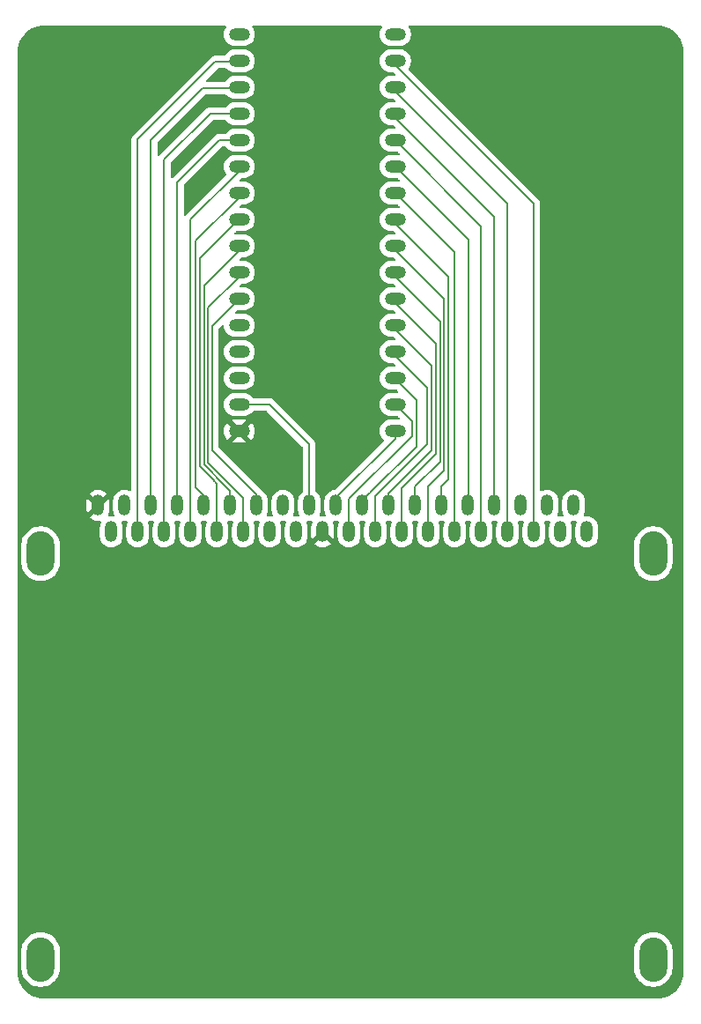
<source format=gbr>
%TF.GenerationSoftware,KiCad,Pcbnew,8.0.0*%
%TF.CreationDate,2024-02-25T21:16:28-08:00*%
%TF.ProjectId,HuCard-TL866,48754361-7264-42d5-944c-3836362e6b69,rev?*%
%TF.SameCoordinates,Original*%
%TF.FileFunction,Copper,L1,Top*%
%TF.FilePolarity,Positive*%
%FSLAX46Y46*%
G04 Gerber Fmt 4.6, Leading zero omitted, Abs format (unit mm)*
G04 Created by KiCad (PCBNEW 8.0.0) date 2024-02-25 21:16:28*
%MOMM*%
%LPD*%
G01*
G04 APERTURE LIST*
%TA.AperFunction,ComponentPad*%
%ADD10O,2.700000X4.250000*%
%TD*%
%TA.AperFunction,ComponentPad*%
%ADD11O,1.200000X2.000000*%
%TD*%
%TA.AperFunction,ComponentPad*%
%ADD12O,2.000000X1.200000*%
%TD*%
%TA.AperFunction,ViaPad*%
%ADD13C,0.600000*%
%TD*%
%TA.AperFunction,Conductor*%
%ADD14C,0.200000*%
%TD*%
G04 APERTURE END LIST*
D10*
%TO.P,J2,0*%
%TO.N,N/C*%
X79600000Y-118750000D03*
X79600000Y-79750000D03*
X20700000Y-118750000D03*
X20700000Y-79750000D03*
D11*
%TO.P,J2,1,Pin_1*%
%TO.N,/VCC*%
X73220000Y-77650000D03*
%TO.P,J2,2,Pin_2*%
%TO.N,unconnected-(J2-Pin_2-Pad2)*%
X71950000Y-75110000D03*
%TO.P,J2,3,Pin_3*%
%TO.N,unconnected-(J2-Pin_3-Pad3)*%
X70680000Y-77650000D03*
%TO.P,J2,4,Pin_4*%
%TO.N,unconnected-(J2-Pin_4-Pad4)*%
X69410000Y-75110000D03*
%TO.P,J2,5,Pin_5*%
%TO.N,/WE*%
X68140000Y-77650000D03*
%TO.P,J2,6,Pin_6*%
%TO.N,/A18*%
X66870000Y-75110000D03*
%TO.P,J2,7,Pin_7*%
%TO.N,/A17*%
X65600000Y-77650000D03*
%TO.P,J2,8,Pin_8*%
%TO.N,/A14*%
X64330000Y-75110000D03*
%TO.P,J2,9,Pin_9*%
%TO.N,/A13*%
X63060000Y-77650000D03*
%TO.P,J2,10,Pin_10*%
%TO.N,/A8*%
X61790000Y-75110000D03*
%TO.P,J2,11,Pin_11*%
%TO.N,/A9*%
X60520000Y-77650000D03*
%TO.P,J2,12,Pin_12*%
%TO.N,/A11*%
X59250000Y-75110000D03*
%TO.P,J2,13,Pin_13*%
%TO.N,/OE*%
X57980000Y-77650000D03*
%TO.P,J2,14,Pin_14*%
%TO.N,/A10*%
X56710000Y-75110000D03*
%TO.P,J2,15,Pin_15*%
%TO.N,/CE*%
X55440000Y-77650000D03*
%TO.P,J2,16,Pin_16*%
%TO.N,/DQ7*%
X54170000Y-75110000D03*
%TO.P,J2,17,Pin_17*%
%TO.N,/DQ6*%
X52900000Y-77650000D03*
%TO.P,J2,18,Pin_18*%
%TO.N,/DQ5*%
X51630000Y-75110000D03*
%TO.P,J2,19,Pin_19*%
%TO.N,/DQ4*%
X50360000Y-77650000D03*
%TO.P,J2,20,Pin_20*%
%TO.N,/DQ3*%
X49090000Y-75110000D03*
%TO.P,J2,21,Pin_21*%
%TO.N,/GND*%
X47820000Y-77650000D03*
%TO.P,J2,22,Pin_22*%
%TO.N,/DQ2*%
X46550000Y-75110000D03*
%TO.P,J2,23,Pin_23*%
%TO.N,/DQ1*%
X45280000Y-77650000D03*
%TO.P,J2,24,Pin_24*%
%TO.N,/DQ0*%
X44010000Y-75110000D03*
%TO.P,J2,25,Pin_25*%
%TO.N,/A0*%
X42740000Y-77650000D03*
%TO.P,J2,26,Pin_26*%
%TO.N,/A1*%
X41470000Y-75110000D03*
%TO.P,J2,27,Pin_27*%
%TO.N,/A2*%
X40200000Y-77650000D03*
%TO.P,J2,28,Pin_28*%
%TO.N,/A3*%
X38930000Y-75110000D03*
%TO.P,J2,29,Pin_29*%
%TO.N,/A4*%
X37660000Y-77650000D03*
%TO.P,J2,30,Pin_30*%
%TO.N,/A5*%
X36390000Y-75110000D03*
%TO.P,J2,31,Pin_31*%
%TO.N,/A6*%
X35120000Y-77650000D03*
%TO.P,J2,32,Pin_32*%
%TO.N,/A7*%
X33850000Y-75110000D03*
%TO.P,J2,33,Pin_33*%
%TO.N,/A12*%
X32580000Y-77650000D03*
%TO.P,J2,34,Pin_34*%
%TO.N,/A15*%
X31310000Y-75110000D03*
%TO.P,J2,35,Pin_35*%
%TO.N,/A16*%
X30040000Y-77650000D03*
%TO.P,J2,36,Pin_36*%
%TO.N,unconnected-(J2-Pin_36-Pad36)*%
X28770000Y-75110000D03*
%TO.P,J2,37,Pin_37*%
%TO.N,unconnected-(J2-Pin_37-Pad37)*%
X27500000Y-77650000D03*
%TO.P,J2,38,Pin_38*%
%TO.N,/GND*%
X26230000Y-75110000D03*
%TD*%
D12*
%TO.P,J1,1,Pin_1*%
%TO.N,/A18*%
X39800000Y-29870000D03*
%TO.P,J1,2,Pin_2*%
%TO.N,/A16*%
X39800000Y-32410000D03*
%TO.P,J1,3,Pin_3*%
%TO.N,/A15*%
X39800000Y-34950000D03*
%TO.P,J1,4,Pin_4*%
%TO.N,/A12*%
X39800000Y-37490000D03*
%TO.P,J1,5,Pin_5*%
%TO.N,/A7*%
X39800000Y-40030000D03*
%TO.P,J1,6,Pin_6*%
%TO.N,/A6*%
X39800000Y-42570000D03*
%TO.P,J1,7,Pin_7*%
%TO.N,/A5*%
X39800000Y-45110000D03*
%TO.P,J1,8,Pin_8*%
%TO.N,/A4*%
X39800000Y-47650000D03*
%TO.P,J1,9,Pin_9*%
%TO.N,/A3*%
X39800000Y-50190000D03*
%TO.P,J1,10,Pin_10*%
%TO.N,/A2*%
X39800000Y-52730000D03*
%TO.P,J1,11,Pin_11*%
%TO.N,/A1*%
X39800000Y-55270000D03*
%TO.P,J1,12,Pin_12*%
%TO.N,/A0*%
X39800000Y-57810000D03*
%TO.P,J1,13,Pin_13*%
%TO.N,/DQ0*%
X39800000Y-60350000D03*
%TO.P,J1,14,Pin_14*%
%TO.N,/DQ1*%
X39800000Y-62890000D03*
%TO.P,J1,15,Pin_15*%
%TO.N,/DQ2*%
X39800000Y-65430000D03*
%TO.P,J1,16,Pin_16*%
%TO.N,/GND*%
X39800000Y-67970000D03*
%TO.P,J1,17,Pin_17*%
%TO.N,/DQ3*%
X54800000Y-67970000D03*
%TO.P,J1,18,Pin_18*%
%TO.N,/DQ4*%
X54800000Y-65430000D03*
%TO.P,J1,19,Pin_19*%
%TO.N,/DQ5*%
X54800000Y-62890000D03*
%TO.P,J1,20,Pin_20*%
%TO.N,/DQ6*%
X54800000Y-60350000D03*
%TO.P,J1,21,Pin_21*%
%TO.N,/DQ7*%
X54800000Y-57810000D03*
%TO.P,J1,22,Pin_22*%
%TO.N,/CE*%
X54800000Y-55270000D03*
%TO.P,J1,23,Pin_23*%
%TO.N,/A10*%
X54800000Y-52730000D03*
%TO.P,J1,24,Pin_24*%
%TO.N,/OE*%
X54800000Y-50190000D03*
%TO.P,J1,25,Pin_25*%
%TO.N,/A11*%
X54800000Y-47650000D03*
%TO.P,J1,26,Pin_26*%
%TO.N,/A9*%
X54800000Y-45110000D03*
%TO.P,J1,27,Pin_27*%
%TO.N,/A8*%
X54800000Y-42570000D03*
%TO.P,J1,28,Pin_28*%
%TO.N,/A13*%
X54800000Y-40030000D03*
%TO.P,J1,29,Pin_29*%
%TO.N,/A14*%
X54800000Y-37490000D03*
%TO.P,J1,30,Pin_30*%
%TO.N,/A17*%
X54800000Y-34950000D03*
%TO.P,J1,31,Pin_31*%
%TO.N,/WE*%
X54800000Y-32410000D03*
%TO.P,J1,32,Pin_32*%
%TO.N,/VCC*%
X54800000Y-29870000D03*
%TD*%
D13*
%TO.N,/GND*%
X77700000Y-68100000D03*
X45000000Y-57500000D03*
X49387807Y-33366241D03*
X22000000Y-52500000D03*
X27000000Y-44600000D03*
X73900000Y-55800000D03*
X45000000Y-41500000D03*
X49500000Y-48000000D03*
X49000000Y-63500000D03*
X27000000Y-57500000D03*
X21500000Y-65500000D03*
X77700000Y-46500000D03*
%TD*%
D14*
%TO.N,/A4*%
X37660000Y-73027056D02*
X37660000Y-77650000D01*
X36000000Y-51400000D02*
X39750000Y-47650000D01*
X37266472Y-72633528D02*
X37660000Y-73027056D01*
X36000000Y-71367056D02*
X36000000Y-51400000D01*
X37399999Y-72767055D02*
X37266472Y-72633528D01*
X37266472Y-72633528D02*
X36000000Y-71367056D01*
X39750000Y-47650000D02*
X39800000Y-47650000D01*
%TO.N,/DQ6*%
X57900000Y-63850000D02*
X57900000Y-69217208D01*
X52900000Y-74217208D02*
X52900000Y-77650000D01*
X57900000Y-69217208D02*
X52900000Y-74217208D01*
X54800000Y-60350000D02*
X54800000Y-60750000D01*
X54800000Y-60750000D02*
X57900000Y-63850000D01*
%TO.N,/A12*%
X32580000Y-41920000D02*
X37010000Y-37490000D01*
X32580000Y-77650000D02*
X32580000Y-41920000D01*
X37010000Y-37490000D02*
X39800000Y-37490000D01*
%TO.N,/A3*%
X38930000Y-73731370D02*
X38930000Y-75110000D01*
X38670000Y-73471370D02*
X38499315Y-73300685D01*
X38499315Y-73300685D02*
X36400000Y-71201370D01*
X36400000Y-53990000D02*
X39800000Y-50590000D01*
X36400000Y-71201370D02*
X36400000Y-53990000D01*
X38499315Y-73300685D02*
X38930000Y-73731370D01*
X39800000Y-50590000D02*
X39800000Y-50190000D01*
%TO.N,/A15*%
X36250000Y-35050000D02*
X39700000Y-35050000D01*
X31310000Y-39990000D02*
X36250000Y-35050000D01*
X31310000Y-75110000D02*
X31310000Y-39990000D01*
X39700000Y-35050000D02*
X39800000Y-34950000D01*
X31050000Y-74880000D02*
X31100000Y-74830000D01*
%TO.N,/OE*%
X54800000Y-50190000D02*
X54800000Y-50590000D01*
X59500000Y-71800000D02*
X57980000Y-73320000D01*
X59500000Y-55290000D02*
X59500000Y-71800000D01*
X57980000Y-73320000D02*
X57980000Y-77650000D01*
X54800000Y-50590000D02*
X59500000Y-55290000D01*
%TO.N,/A2*%
X36800000Y-71035685D02*
X36800000Y-56130000D01*
X39800000Y-53130000D02*
X39800000Y-52730000D01*
X39940000Y-74175686D02*
X36800000Y-71035685D01*
X40200000Y-74435686D02*
X40200000Y-77650000D01*
X39940000Y-74175686D02*
X40200000Y-74435686D01*
X36800000Y-56130000D02*
X39800000Y-53130000D01*
%TO.N,/DQ2*%
X42690000Y-65430000D02*
X39800000Y-65430000D01*
X46500000Y-69240000D02*
X42690000Y-65430000D01*
X46500000Y-75060000D02*
X46500000Y-69240000D01*
X46550000Y-75110000D02*
X46500000Y-75060000D01*
%TO.N,/DQ7*%
X54200000Y-73900000D02*
X58300000Y-69800000D01*
X54800000Y-58210000D02*
X54800000Y-57810000D01*
X54200000Y-73900000D02*
X54170000Y-73930000D01*
X58300000Y-61710000D02*
X54800000Y-58210000D01*
X54170000Y-73930000D02*
X54170000Y-75110000D01*
X58300000Y-69800000D02*
X58300000Y-61710000D01*
%TO.N,/DQ5*%
X54800000Y-62890000D02*
X54800000Y-63000000D01*
X52325000Y-73925000D02*
X51630000Y-74620000D01*
X54800000Y-63000000D02*
X56800000Y-65000000D01*
X56800000Y-65000000D02*
X56800000Y-69450000D01*
X56800000Y-69450000D02*
X52325000Y-73925000D01*
X52325000Y-73925000D02*
X51370000Y-74880000D01*
X51630000Y-74620000D02*
X51630000Y-75110000D01*
%TO.N,/A9*%
X60500000Y-77630000D02*
X60520000Y-77650000D01*
X60500000Y-50810000D02*
X60500000Y-77630000D01*
X54800000Y-45110000D02*
X60500000Y-50810000D01*
%TO.N,/A10*%
X54800000Y-53130000D02*
X59100000Y-57430000D01*
X54800000Y-52730000D02*
X54800000Y-53130000D01*
X59100000Y-57430000D02*
X59100000Y-70920000D01*
X56710000Y-73310000D02*
X56710000Y-75110000D01*
X59100000Y-70920000D02*
X56710000Y-73310000D01*
%TO.N,/A16*%
X30040000Y-77650000D02*
X30040000Y-39960000D01*
X29780000Y-77420000D02*
X29800000Y-77400000D01*
X39700000Y-32510000D02*
X39800000Y-32410000D01*
X30040000Y-39960000D02*
X37490000Y-32510000D01*
X37490000Y-32510000D02*
X39700000Y-32510000D01*
%TO.N,/A8*%
X61790000Y-75110000D02*
X61800000Y-75100000D01*
X61800000Y-49570000D02*
X54800000Y-42570000D01*
X61800000Y-75100000D02*
X61800000Y-49570000D01*
X61530000Y-74880000D02*
X61500000Y-74850000D01*
%TO.N,/A11*%
X59288502Y-73188502D02*
X59900000Y-72577004D01*
X59900000Y-72577004D02*
X59900000Y-53150000D01*
X59288502Y-73188502D02*
X59250000Y-73227004D01*
X54800000Y-48050000D02*
X54800000Y-47650000D01*
X59250000Y-73227004D02*
X59250000Y-75110000D01*
X59900000Y-53150000D02*
X54800000Y-48050000D01*
%TO.N,/A6*%
X35120000Y-47650000D02*
X39800000Y-42970000D01*
X35120000Y-77650000D02*
X35120000Y-47650000D01*
X39800000Y-42970000D02*
X39800000Y-42570000D01*
%TO.N,/A1*%
X41470000Y-75110000D02*
X41470000Y-74070000D01*
X37200000Y-69800000D02*
X37200000Y-57870000D01*
X41470000Y-74070000D02*
X41210000Y-73810000D01*
X37200000Y-57870000D02*
X39800000Y-55270000D01*
X41210000Y-73810000D02*
X37200000Y-69800000D01*
%TO.N,/A14*%
X64470000Y-74880000D02*
X64100000Y-74510000D01*
X64070000Y-74880000D02*
X64470000Y-74880000D01*
X64330000Y-75110000D02*
X64330000Y-47420000D01*
X64330000Y-47420000D02*
X54800000Y-37890000D01*
X54800000Y-37890000D02*
X54800000Y-37490000D01*
%TO.N,/A17*%
X54800000Y-34950000D02*
X54800000Y-35350000D01*
X65600000Y-46150000D02*
X65600000Y-77650000D01*
X54800000Y-35350000D02*
X65600000Y-46150000D01*
%TO.N,/CE*%
X54800000Y-55670000D02*
X58700000Y-59570000D01*
X55400000Y-73500000D02*
X55400000Y-77610000D01*
X54800000Y-55270000D02*
X54800000Y-55670000D01*
X58700000Y-70200000D02*
X55400000Y-73500000D01*
X58700000Y-59570000D02*
X58700000Y-70200000D01*
X55400000Y-77610000D02*
X55440000Y-77650000D01*
%TO.N,/A7*%
X33619999Y-74879999D02*
X33600000Y-74860000D01*
X37870000Y-40030000D02*
X39800000Y-40030000D01*
X33850000Y-44050000D02*
X37870000Y-40030000D01*
X33850000Y-75110000D02*
X33850000Y-44050000D01*
X33590000Y-74879999D02*
X33619999Y-74879999D01*
%TO.N,/A5*%
X35600000Y-73360000D02*
X36390000Y-74150000D01*
X35600000Y-49710000D02*
X35600000Y-73360000D01*
X39800000Y-45510000D02*
X35600000Y-49710000D01*
X36390000Y-74150000D02*
X36390000Y-75110000D01*
X39800000Y-45110000D02*
X39800000Y-45510000D01*
%TO.N,/DQ3*%
X54800000Y-68700000D02*
X49090000Y-74410000D01*
X54800000Y-67970000D02*
X54800000Y-68700000D01*
X49090000Y-74410000D02*
X49090000Y-75110000D01*
%TO.N,/A13*%
X63060000Y-77650000D02*
X63060000Y-48290000D01*
X63060000Y-48290000D02*
X54800000Y-40030000D01*
%TO.N,/DQ4*%
X56400000Y-68450000D02*
X50360000Y-74490000D01*
X54800000Y-65430000D02*
X56400000Y-67030000D01*
X56400000Y-67030000D02*
X56400000Y-68450000D01*
X50360000Y-74490000D02*
X50360000Y-77650000D01*
%TO.N,/WE*%
X54800000Y-32810000D02*
X54800000Y-32410000D01*
X68100000Y-46110000D02*
X54800000Y-32810000D01*
X68100000Y-77610000D02*
X68100000Y-46110000D01*
X68140000Y-77650000D02*
X68100000Y-77610000D01*
%TD*%
%TA.AperFunction,Conductor*%
%TO.N,/GND*%
G36*
X38495111Y-29020185D02*
G01*
X38540866Y-29072989D01*
X38550810Y-29142147D01*
X38528390Y-29197386D01*
X38458768Y-29293211D01*
X38380128Y-29447552D01*
X38326597Y-29612302D01*
X38299500Y-29783389D01*
X38299500Y-29956610D01*
X38320078Y-30086540D01*
X38326598Y-30127701D01*
X38380127Y-30292445D01*
X38458768Y-30446788D01*
X38560586Y-30586928D01*
X38683072Y-30709414D01*
X38823212Y-30811232D01*
X38977555Y-30889873D01*
X39142299Y-30943402D01*
X39313389Y-30970500D01*
X39313390Y-30970500D01*
X40286610Y-30970500D01*
X40286611Y-30970500D01*
X40457701Y-30943402D01*
X40622445Y-30889873D01*
X40776788Y-30811232D01*
X40916928Y-30709414D01*
X41039414Y-30586928D01*
X41141232Y-30446788D01*
X41219873Y-30292445D01*
X41273402Y-30127701D01*
X41300500Y-29956611D01*
X41300500Y-29783389D01*
X41273402Y-29612299D01*
X41219873Y-29447555D01*
X41141232Y-29293212D01*
X41071609Y-29197385D01*
X41048130Y-29131579D01*
X41063955Y-29063525D01*
X41114061Y-29014830D01*
X41171928Y-29000500D01*
X53428072Y-29000500D01*
X53495111Y-29020185D01*
X53540866Y-29072989D01*
X53550810Y-29142147D01*
X53528390Y-29197386D01*
X53458768Y-29293211D01*
X53380128Y-29447552D01*
X53326597Y-29612302D01*
X53299500Y-29783389D01*
X53299500Y-29956610D01*
X53320078Y-30086540D01*
X53326598Y-30127701D01*
X53380127Y-30292445D01*
X53458768Y-30446788D01*
X53560586Y-30586928D01*
X53683072Y-30709414D01*
X53823212Y-30811232D01*
X53977555Y-30889873D01*
X54142299Y-30943402D01*
X54313389Y-30970500D01*
X54313390Y-30970500D01*
X55286610Y-30970500D01*
X55286611Y-30970500D01*
X55457701Y-30943402D01*
X55622445Y-30889873D01*
X55776788Y-30811232D01*
X55916928Y-30709414D01*
X56039414Y-30586928D01*
X56141232Y-30446788D01*
X56219873Y-30292445D01*
X56273402Y-30127701D01*
X56300500Y-29956611D01*
X56300500Y-29783389D01*
X56273402Y-29612299D01*
X56219873Y-29447555D01*
X56141232Y-29293212D01*
X56071609Y-29197385D01*
X56048130Y-29131579D01*
X56063955Y-29063525D01*
X56114061Y-29014830D01*
X56171928Y-29000500D01*
X79934108Y-29000500D01*
X79996249Y-29000500D01*
X80003736Y-29000726D01*
X80293796Y-29018271D01*
X80308657Y-29020075D01*
X80366010Y-29030586D01*
X80590798Y-29071780D01*
X80605335Y-29075363D01*
X80879172Y-29160695D01*
X80893163Y-29166000D01*
X81154743Y-29283727D01*
X81167989Y-29290680D01*
X81413465Y-29439075D01*
X81425776Y-29447573D01*
X81636034Y-29612299D01*
X81651573Y-29624473D01*
X81662781Y-29634403D01*
X81865596Y-29837218D01*
X81875526Y-29848426D01*
X81995481Y-30001538D01*
X82052422Y-30074217D01*
X82060928Y-30086540D01*
X82209316Y-30332004D01*
X82216275Y-30345263D01*
X82333997Y-30606831D01*
X82339306Y-30620832D01*
X82424635Y-30894663D01*
X82428219Y-30909201D01*
X82479923Y-31191340D01*
X82481728Y-31206205D01*
X82499274Y-31496263D01*
X82499500Y-31503750D01*
X82499500Y-119996249D01*
X82499274Y-120003736D01*
X82481728Y-120293794D01*
X82479923Y-120308659D01*
X82428219Y-120590798D01*
X82424635Y-120605336D01*
X82339306Y-120879167D01*
X82333997Y-120893168D01*
X82216275Y-121154736D01*
X82209316Y-121167995D01*
X82060928Y-121413459D01*
X82052422Y-121425782D01*
X81875526Y-121651573D01*
X81865596Y-121662781D01*
X81662781Y-121865596D01*
X81651573Y-121875526D01*
X81425782Y-122052422D01*
X81413459Y-122060928D01*
X81167995Y-122209316D01*
X81154736Y-122216275D01*
X80893168Y-122333997D01*
X80879167Y-122339306D01*
X80605336Y-122424635D01*
X80590798Y-122428219D01*
X80308659Y-122479923D01*
X80293794Y-122481728D01*
X80003736Y-122499274D01*
X79996249Y-122499500D01*
X21003751Y-122499500D01*
X20996264Y-122499274D01*
X20706205Y-122481728D01*
X20691340Y-122479923D01*
X20409201Y-122428219D01*
X20394663Y-122424635D01*
X20120832Y-122339306D01*
X20106831Y-122333997D01*
X19845263Y-122216275D01*
X19832004Y-122209316D01*
X19586540Y-122060928D01*
X19574217Y-122052422D01*
X19348426Y-121875526D01*
X19337218Y-121865596D01*
X19134403Y-121662781D01*
X19124473Y-121651573D01*
X18947573Y-121425776D01*
X18939075Y-121413465D01*
X18790680Y-121167989D01*
X18783727Y-121154743D01*
X18666000Y-120893163D01*
X18660693Y-120879167D01*
X18575364Y-120605336D01*
X18571780Y-120590798D01*
X18520076Y-120308659D01*
X18518271Y-120293794D01*
X18500726Y-120003736D01*
X18500500Y-119996249D01*
X18500500Y-119646288D01*
X18849500Y-119646288D01*
X18881161Y-119886785D01*
X18943947Y-120121104D01*
X19015478Y-120293794D01*
X19036776Y-120345212D01*
X19158064Y-120555289D01*
X19158066Y-120555292D01*
X19158067Y-120555293D01*
X19305733Y-120747736D01*
X19305739Y-120747743D01*
X19477256Y-120919260D01*
X19477262Y-120919265D01*
X19669711Y-121066936D01*
X19879788Y-121188224D01*
X20103900Y-121281054D01*
X20338211Y-121343838D01*
X20518586Y-121367584D01*
X20578711Y-121375500D01*
X20578712Y-121375500D01*
X20821289Y-121375500D01*
X20869388Y-121369167D01*
X21061789Y-121343838D01*
X21296100Y-121281054D01*
X21520212Y-121188224D01*
X21730289Y-121066936D01*
X21922738Y-120919265D01*
X22094265Y-120747738D01*
X22241936Y-120555289D01*
X22363224Y-120345212D01*
X22456054Y-120121100D01*
X22518838Y-119886789D01*
X22550500Y-119646288D01*
X77749500Y-119646288D01*
X77781161Y-119886785D01*
X77843947Y-120121104D01*
X77915478Y-120293794D01*
X77936776Y-120345212D01*
X78058064Y-120555289D01*
X78058066Y-120555292D01*
X78058067Y-120555293D01*
X78205733Y-120747736D01*
X78205739Y-120747743D01*
X78377256Y-120919260D01*
X78377262Y-120919265D01*
X78569711Y-121066936D01*
X78779788Y-121188224D01*
X79003900Y-121281054D01*
X79238211Y-121343838D01*
X79418586Y-121367584D01*
X79478711Y-121375500D01*
X79478712Y-121375500D01*
X79721289Y-121375500D01*
X79769388Y-121369167D01*
X79961789Y-121343838D01*
X80196100Y-121281054D01*
X80420212Y-121188224D01*
X80630289Y-121066936D01*
X80822738Y-120919265D01*
X80994265Y-120747738D01*
X81141936Y-120555289D01*
X81263224Y-120345212D01*
X81356054Y-120121100D01*
X81418838Y-119886789D01*
X81450500Y-119646288D01*
X81450500Y-117853712D01*
X81418838Y-117613211D01*
X81356054Y-117378900D01*
X81263224Y-117154788D01*
X81141936Y-116944711D01*
X80994265Y-116752262D01*
X80994260Y-116752256D01*
X80822743Y-116580739D01*
X80822736Y-116580733D01*
X80630293Y-116433067D01*
X80630292Y-116433066D01*
X80630289Y-116433064D01*
X80420212Y-116311776D01*
X80420205Y-116311773D01*
X80196104Y-116218947D01*
X79961785Y-116156161D01*
X79721289Y-116124500D01*
X79721288Y-116124500D01*
X79478712Y-116124500D01*
X79478711Y-116124500D01*
X79238214Y-116156161D01*
X79003895Y-116218947D01*
X78779794Y-116311773D01*
X78779785Y-116311777D01*
X78569706Y-116433067D01*
X78377263Y-116580733D01*
X78377256Y-116580739D01*
X78205739Y-116752256D01*
X78205733Y-116752263D01*
X78058067Y-116944706D01*
X77936777Y-117154785D01*
X77936773Y-117154794D01*
X77843947Y-117378895D01*
X77781161Y-117613214D01*
X77749500Y-117853711D01*
X77749500Y-119646288D01*
X22550500Y-119646288D01*
X22550500Y-117853712D01*
X22518838Y-117613211D01*
X22456054Y-117378900D01*
X22363224Y-117154788D01*
X22241936Y-116944711D01*
X22094265Y-116752262D01*
X22094260Y-116752256D01*
X21922743Y-116580739D01*
X21922736Y-116580733D01*
X21730293Y-116433067D01*
X21730292Y-116433066D01*
X21730289Y-116433064D01*
X21520212Y-116311776D01*
X21520205Y-116311773D01*
X21296104Y-116218947D01*
X21061785Y-116156161D01*
X20821289Y-116124500D01*
X20821288Y-116124500D01*
X20578712Y-116124500D01*
X20578711Y-116124500D01*
X20338214Y-116156161D01*
X20103895Y-116218947D01*
X19879794Y-116311773D01*
X19879785Y-116311777D01*
X19669706Y-116433067D01*
X19477263Y-116580733D01*
X19477256Y-116580739D01*
X19305739Y-116752256D01*
X19305733Y-116752263D01*
X19158067Y-116944706D01*
X19036777Y-117154785D01*
X19036773Y-117154794D01*
X18943947Y-117378895D01*
X18881161Y-117613214D01*
X18849500Y-117853711D01*
X18849500Y-119646288D01*
X18500500Y-119646288D01*
X18500500Y-80646288D01*
X18849500Y-80646288D01*
X18881161Y-80886785D01*
X18943947Y-81121104D01*
X19036773Y-81345205D01*
X19036776Y-81345212D01*
X19158064Y-81555289D01*
X19158066Y-81555292D01*
X19158067Y-81555293D01*
X19305733Y-81747736D01*
X19305739Y-81747743D01*
X19477256Y-81919260D01*
X19477262Y-81919265D01*
X19669711Y-82066936D01*
X19879788Y-82188224D01*
X20103900Y-82281054D01*
X20338211Y-82343838D01*
X20518586Y-82367584D01*
X20578711Y-82375500D01*
X20578712Y-82375500D01*
X20821289Y-82375500D01*
X20869388Y-82369167D01*
X21061789Y-82343838D01*
X21296100Y-82281054D01*
X21520212Y-82188224D01*
X21730289Y-82066936D01*
X21922738Y-81919265D01*
X22094265Y-81747738D01*
X22241936Y-81555289D01*
X22363224Y-81345212D01*
X22456054Y-81121100D01*
X22518838Y-80886789D01*
X22550500Y-80646288D01*
X77749500Y-80646288D01*
X77781161Y-80886785D01*
X77843947Y-81121104D01*
X77936773Y-81345205D01*
X77936776Y-81345212D01*
X78058064Y-81555289D01*
X78058066Y-81555292D01*
X78058067Y-81555293D01*
X78205733Y-81747736D01*
X78205739Y-81747743D01*
X78377256Y-81919260D01*
X78377262Y-81919265D01*
X78569711Y-82066936D01*
X78779788Y-82188224D01*
X79003900Y-82281054D01*
X79238211Y-82343838D01*
X79418586Y-82367584D01*
X79478711Y-82375500D01*
X79478712Y-82375500D01*
X79721289Y-82375500D01*
X79769388Y-82369167D01*
X79961789Y-82343838D01*
X80196100Y-82281054D01*
X80420212Y-82188224D01*
X80630289Y-82066936D01*
X80822738Y-81919265D01*
X80994265Y-81747738D01*
X81141936Y-81555289D01*
X81263224Y-81345212D01*
X81356054Y-81121100D01*
X81418838Y-80886789D01*
X81450500Y-80646288D01*
X81450500Y-78853712D01*
X81418838Y-78613211D01*
X81356054Y-78378900D01*
X81263224Y-78154788D01*
X81141936Y-77944711D01*
X80994265Y-77752262D01*
X80994260Y-77752256D01*
X80822743Y-77580739D01*
X80822736Y-77580733D01*
X80630293Y-77433067D01*
X80630292Y-77433066D01*
X80630289Y-77433064D01*
X80420212Y-77311776D01*
X80420205Y-77311773D01*
X80196104Y-77218947D01*
X79961785Y-77156161D01*
X79721289Y-77124500D01*
X79721288Y-77124500D01*
X79478712Y-77124500D01*
X79478711Y-77124500D01*
X79238214Y-77156161D01*
X79003895Y-77218947D01*
X78779794Y-77311773D01*
X78779785Y-77311777D01*
X78569706Y-77433067D01*
X78377263Y-77580733D01*
X78377256Y-77580739D01*
X78205739Y-77752256D01*
X78205733Y-77752263D01*
X78058067Y-77944706D01*
X77936777Y-78154785D01*
X77936773Y-78154794D01*
X77843947Y-78378895D01*
X77781161Y-78613214D01*
X77749500Y-78853711D01*
X77749500Y-80646288D01*
X22550500Y-80646288D01*
X22550500Y-78853712D01*
X22518838Y-78613211D01*
X22456054Y-78378900D01*
X22363224Y-78154788D01*
X22241936Y-77944711D01*
X22094265Y-77752262D01*
X22094260Y-77752256D01*
X21922743Y-77580739D01*
X21922736Y-77580733D01*
X21730293Y-77433067D01*
X21730292Y-77433066D01*
X21730289Y-77433064D01*
X21520212Y-77311776D01*
X21520205Y-77311773D01*
X21296104Y-77218947D01*
X21061785Y-77156161D01*
X20821289Y-77124500D01*
X20821288Y-77124500D01*
X20578712Y-77124500D01*
X20578711Y-77124500D01*
X20338214Y-77156161D01*
X20103895Y-77218947D01*
X19879794Y-77311773D01*
X19879785Y-77311777D01*
X19669706Y-77433067D01*
X19477263Y-77580733D01*
X19477256Y-77580739D01*
X19305739Y-77752256D01*
X19305733Y-77752263D01*
X19158067Y-77944706D01*
X19036777Y-78154785D01*
X19036773Y-78154794D01*
X18943947Y-78378895D01*
X18881161Y-78613214D01*
X18849500Y-78853711D01*
X18849500Y-80646288D01*
X18500500Y-80646288D01*
X18500500Y-75596571D01*
X25130000Y-75596571D01*
X25157085Y-75767582D01*
X25172235Y-75814211D01*
X25830000Y-75156446D01*
X25830000Y-75162661D01*
X25857259Y-75264394D01*
X25909920Y-75355606D01*
X25984394Y-75430080D01*
X26075606Y-75482741D01*
X26177339Y-75510000D01*
X26183553Y-75510000D01*
X25428959Y-76264594D01*
X25513397Y-76349032D01*
X25653475Y-76450804D01*
X25807742Y-76529408D01*
X25972415Y-76582914D01*
X26143429Y-76610000D01*
X26316570Y-76610000D01*
X26374696Y-76600793D01*
X26443989Y-76609747D01*
X26497442Y-76654743D01*
X26518082Y-76721494D01*
X26504581Y-76779559D01*
X26480128Y-76827551D01*
X26426597Y-76992302D01*
X26405659Y-77124500D01*
X26399500Y-77163389D01*
X26399500Y-78136611D01*
X26402379Y-78154788D01*
X26426579Y-78307585D01*
X26426598Y-78307701D01*
X26480127Y-78472445D01*
X26558768Y-78626788D01*
X26660586Y-78766928D01*
X26783072Y-78889414D01*
X26923212Y-78991232D01*
X27077555Y-79069873D01*
X27242299Y-79123402D01*
X27413389Y-79150500D01*
X27413390Y-79150500D01*
X27586610Y-79150500D01*
X27586611Y-79150500D01*
X27757701Y-79123402D01*
X27922445Y-79069873D01*
X28076788Y-78991232D01*
X28216928Y-78889414D01*
X28339414Y-78766928D01*
X28441232Y-78626788D01*
X28519873Y-78472445D01*
X28573402Y-78307701D01*
X28600500Y-78136611D01*
X28600500Y-77163389D01*
X28573402Y-76992299D01*
X28519873Y-76827555D01*
X28519870Y-76827549D01*
X28495700Y-76780111D01*
X28482804Y-76711442D01*
X28509081Y-76646702D01*
X28566187Y-76606445D01*
X28625581Y-76601344D01*
X28683389Y-76610500D01*
X28683390Y-76610500D01*
X28856609Y-76610500D01*
X28856611Y-76610500D01*
X28914417Y-76601344D01*
X28983709Y-76610298D01*
X29037161Y-76655294D01*
X29057801Y-76722045D01*
X29044300Y-76780110D01*
X29020128Y-76827551D01*
X28966597Y-76992302D01*
X28945659Y-77124500D01*
X28939500Y-77163389D01*
X28939500Y-78136611D01*
X28942379Y-78154788D01*
X28966579Y-78307585D01*
X28966598Y-78307701D01*
X29020127Y-78472445D01*
X29098768Y-78626788D01*
X29200586Y-78766928D01*
X29323072Y-78889414D01*
X29463212Y-78991232D01*
X29617555Y-79069873D01*
X29782299Y-79123402D01*
X29953389Y-79150500D01*
X29953390Y-79150500D01*
X30126610Y-79150500D01*
X30126611Y-79150500D01*
X30297701Y-79123402D01*
X30462445Y-79069873D01*
X30616788Y-78991232D01*
X30756928Y-78889414D01*
X30879414Y-78766928D01*
X30981232Y-78626788D01*
X31059873Y-78472445D01*
X31113402Y-78307701D01*
X31140500Y-78136611D01*
X31140500Y-77163389D01*
X31113402Y-76992299D01*
X31059873Y-76827555D01*
X31059870Y-76827549D01*
X31035700Y-76780111D01*
X31022804Y-76711442D01*
X31049081Y-76646702D01*
X31106187Y-76606445D01*
X31165581Y-76601344D01*
X31223389Y-76610500D01*
X31223390Y-76610500D01*
X31396609Y-76610500D01*
X31396611Y-76610500D01*
X31454417Y-76601344D01*
X31523709Y-76610298D01*
X31577161Y-76655294D01*
X31597801Y-76722045D01*
X31584300Y-76780110D01*
X31560128Y-76827551D01*
X31506597Y-76992302D01*
X31485659Y-77124500D01*
X31479500Y-77163389D01*
X31479500Y-78136611D01*
X31482379Y-78154788D01*
X31506579Y-78307585D01*
X31506598Y-78307701D01*
X31560127Y-78472445D01*
X31638768Y-78626788D01*
X31740586Y-78766928D01*
X31863072Y-78889414D01*
X32003212Y-78991232D01*
X32157555Y-79069873D01*
X32322299Y-79123402D01*
X32493389Y-79150500D01*
X32493390Y-79150500D01*
X32666610Y-79150500D01*
X32666611Y-79150500D01*
X32837701Y-79123402D01*
X33002445Y-79069873D01*
X33156788Y-78991232D01*
X33296928Y-78889414D01*
X33419414Y-78766928D01*
X33521232Y-78626788D01*
X33599873Y-78472445D01*
X33653402Y-78307701D01*
X33680500Y-78136611D01*
X33680500Y-77163389D01*
X33653402Y-76992299D01*
X33599873Y-76827555D01*
X33599870Y-76827549D01*
X33575700Y-76780111D01*
X33562804Y-76711442D01*
X33589081Y-76646702D01*
X33646187Y-76606445D01*
X33705581Y-76601344D01*
X33763389Y-76610500D01*
X33763390Y-76610500D01*
X33936609Y-76610500D01*
X33936611Y-76610500D01*
X33994417Y-76601344D01*
X34063709Y-76610298D01*
X34117161Y-76655294D01*
X34137801Y-76722045D01*
X34124300Y-76780110D01*
X34100128Y-76827551D01*
X34046597Y-76992302D01*
X34025659Y-77124500D01*
X34019500Y-77163389D01*
X34019500Y-78136611D01*
X34022379Y-78154788D01*
X34046579Y-78307585D01*
X34046598Y-78307701D01*
X34100127Y-78472445D01*
X34178768Y-78626788D01*
X34280586Y-78766928D01*
X34403072Y-78889414D01*
X34543212Y-78991232D01*
X34697555Y-79069873D01*
X34862299Y-79123402D01*
X35033389Y-79150500D01*
X35033390Y-79150500D01*
X35206610Y-79150500D01*
X35206611Y-79150500D01*
X35377701Y-79123402D01*
X35542445Y-79069873D01*
X35696788Y-78991232D01*
X35836928Y-78889414D01*
X35959414Y-78766928D01*
X36061232Y-78626788D01*
X36139873Y-78472445D01*
X36193402Y-78307701D01*
X36220500Y-78136611D01*
X36220500Y-77163389D01*
X36193402Y-76992299D01*
X36139873Y-76827555D01*
X36139870Y-76827549D01*
X36115700Y-76780111D01*
X36102804Y-76711442D01*
X36129081Y-76646702D01*
X36186187Y-76606445D01*
X36245581Y-76601344D01*
X36303389Y-76610500D01*
X36303390Y-76610500D01*
X36476609Y-76610500D01*
X36476611Y-76610500D01*
X36534417Y-76601344D01*
X36603709Y-76610298D01*
X36657161Y-76655294D01*
X36677801Y-76722045D01*
X36664300Y-76780110D01*
X36640128Y-76827551D01*
X36586597Y-76992302D01*
X36565659Y-77124500D01*
X36559500Y-77163389D01*
X36559500Y-78136611D01*
X36562379Y-78154788D01*
X36586579Y-78307585D01*
X36586598Y-78307701D01*
X36640127Y-78472445D01*
X36718768Y-78626788D01*
X36820586Y-78766928D01*
X36943072Y-78889414D01*
X37083212Y-78991232D01*
X37237555Y-79069873D01*
X37402299Y-79123402D01*
X37573389Y-79150500D01*
X37573390Y-79150500D01*
X37746610Y-79150500D01*
X37746611Y-79150500D01*
X37917701Y-79123402D01*
X38082445Y-79069873D01*
X38236788Y-78991232D01*
X38376928Y-78889414D01*
X38499414Y-78766928D01*
X38601232Y-78626788D01*
X38679873Y-78472445D01*
X38733402Y-78307701D01*
X38760500Y-78136611D01*
X38760500Y-77163389D01*
X38733402Y-76992299D01*
X38679873Y-76827555D01*
X38679870Y-76827549D01*
X38655700Y-76780111D01*
X38642804Y-76711442D01*
X38669081Y-76646702D01*
X38726187Y-76606445D01*
X38785581Y-76601344D01*
X38843389Y-76610500D01*
X38843390Y-76610500D01*
X39016609Y-76610500D01*
X39016611Y-76610500D01*
X39074417Y-76601344D01*
X39143709Y-76610298D01*
X39197161Y-76655294D01*
X39217801Y-76722045D01*
X39204300Y-76780110D01*
X39180128Y-76827551D01*
X39126597Y-76992302D01*
X39105659Y-77124500D01*
X39099500Y-77163389D01*
X39099500Y-78136611D01*
X39102379Y-78154788D01*
X39126579Y-78307585D01*
X39126598Y-78307701D01*
X39180127Y-78472445D01*
X39258768Y-78626788D01*
X39360586Y-78766928D01*
X39483072Y-78889414D01*
X39623212Y-78991232D01*
X39777555Y-79069873D01*
X39942299Y-79123402D01*
X40113389Y-79150500D01*
X40113390Y-79150500D01*
X40286610Y-79150500D01*
X40286611Y-79150500D01*
X40457701Y-79123402D01*
X40622445Y-79069873D01*
X40776788Y-78991232D01*
X40916928Y-78889414D01*
X41039414Y-78766928D01*
X41141232Y-78626788D01*
X41219873Y-78472445D01*
X41273402Y-78307701D01*
X41300500Y-78136611D01*
X41300500Y-77163389D01*
X41273402Y-76992299D01*
X41219873Y-76827555D01*
X41219870Y-76827549D01*
X41195700Y-76780111D01*
X41182804Y-76711442D01*
X41209081Y-76646702D01*
X41266187Y-76606445D01*
X41325581Y-76601344D01*
X41383389Y-76610500D01*
X41383390Y-76610500D01*
X41556609Y-76610500D01*
X41556611Y-76610500D01*
X41614417Y-76601344D01*
X41683709Y-76610298D01*
X41737161Y-76655294D01*
X41757801Y-76722045D01*
X41744300Y-76780110D01*
X41720128Y-76827551D01*
X41666597Y-76992302D01*
X41645659Y-77124500D01*
X41639500Y-77163389D01*
X41639500Y-78136611D01*
X41642379Y-78154788D01*
X41666579Y-78307585D01*
X41666598Y-78307701D01*
X41720127Y-78472445D01*
X41798768Y-78626788D01*
X41900586Y-78766928D01*
X42023072Y-78889414D01*
X42163212Y-78991232D01*
X42317555Y-79069873D01*
X42482299Y-79123402D01*
X42653389Y-79150500D01*
X42653390Y-79150500D01*
X42826610Y-79150500D01*
X42826611Y-79150500D01*
X42997701Y-79123402D01*
X43162445Y-79069873D01*
X43316788Y-78991232D01*
X43456928Y-78889414D01*
X43579414Y-78766928D01*
X43681232Y-78626788D01*
X43759873Y-78472445D01*
X43813402Y-78307701D01*
X43840500Y-78136611D01*
X43840500Y-77163389D01*
X43813402Y-76992299D01*
X43759873Y-76827555D01*
X43759870Y-76827549D01*
X43735700Y-76780111D01*
X43722804Y-76711442D01*
X43749081Y-76646702D01*
X43806187Y-76606445D01*
X43865581Y-76601344D01*
X43923389Y-76610500D01*
X43923390Y-76610500D01*
X44096609Y-76610500D01*
X44096611Y-76610500D01*
X44154417Y-76601344D01*
X44223709Y-76610298D01*
X44277161Y-76655294D01*
X44297801Y-76722045D01*
X44284300Y-76780110D01*
X44260128Y-76827551D01*
X44206597Y-76992302D01*
X44185659Y-77124500D01*
X44179500Y-77163389D01*
X44179500Y-78136611D01*
X44182379Y-78154788D01*
X44206579Y-78307585D01*
X44206598Y-78307701D01*
X44260127Y-78472445D01*
X44338768Y-78626788D01*
X44440586Y-78766928D01*
X44563072Y-78889414D01*
X44703212Y-78991232D01*
X44857555Y-79069873D01*
X45022299Y-79123402D01*
X45193389Y-79150500D01*
X45193390Y-79150500D01*
X45366610Y-79150500D01*
X45366611Y-79150500D01*
X45537701Y-79123402D01*
X45702445Y-79069873D01*
X45856788Y-78991232D01*
X45996928Y-78889414D01*
X46119414Y-78766928D01*
X46221232Y-78626788D01*
X46299873Y-78472445D01*
X46353402Y-78307701D01*
X46380500Y-78136611D01*
X46380500Y-77163389D01*
X46353402Y-76992299D01*
X46299873Y-76827555D01*
X46299870Y-76827549D01*
X46275700Y-76780111D01*
X46262804Y-76711442D01*
X46289081Y-76646702D01*
X46346187Y-76606445D01*
X46405581Y-76601344D01*
X46463389Y-76610500D01*
X46463390Y-76610500D01*
X46636609Y-76610500D01*
X46636611Y-76610500D01*
X46695029Y-76601247D01*
X46764319Y-76610201D01*
X46817772Y-76655197D01*
X46838412Y-76721948D01*
X46824910Y-76780014D01*
X46800592Y-76827739D01*
X46747085Y-76992415D01*
X46720000Y-77163428D01*
X46720000Y-78136571D01*
X46747085Y-78307582D01*
X46762235Y-78354211D01*
X47420000Y-77696446D01*
X47420000Y-77702661D01*
X47447259Y-77804394D01*
X47499920Y-77895606D01*
X47574394Y-77970080D01*
X47665606Y-78022741D01*
X47767339Y-78050000D01*
X47773553Y-78050000D01*
X47018959Y-78804594D01*
X47103397Y-78889032D01*
X47243475Y-78990804D01*
X47397742Y-79069408D01*
X47562415Y-79122914D01*
X47733429Y-79150000D01*
X47906571Y-79150000D01*
X48077584Y-79122914D01*
X48242257Y-79069408D01*
X48396524Y-78990804D01*
X48536602Y-78889032D01*
X48621041Y-78804594D01*
X47866447Y-78050000D01*
X47872661Y-78050000D01*
X47974394Y-78022741D01*
X48065606Y-77970080D01*
X48140080Y-77895606D01*
X48192741Y-77804394D01*
X48220000Y-77702661D01*
X48220000Y-77696447D01*
X48877764Y-78354211D01*
X48892913Y-78307588D01*
X48892913Y-78307585D01*
X48920000Y-78136571D01*
X48920000Y-77163428D01*
X48892914Y-76992415D01*
X48839407Y-76827740D01*
X48815090Y-76780016D01*
X48802193Y-76711347D01*
X48828469Y-76646606D01*
X48885575Y-76606348D01*
X48944969Y-76601247D01*
X49003389Y-76610500D01*
X49003391Y-76610500D01*
X49176609Y-76610500D01*
X49176611Y-76610500D01*
X49234417Y-76601344D01*
X49303709Y-76610298D01*
X49357161Y-76655294D01*
X49377801Y-76722045D01*
X49364300Y-76780110D01*
X49340128Y-76827551D01*
X49286597Y-76992302D01*
X49265659Y-77124500D01*
X49259500Y-77163389D01*
X49259500Y-78136611D01*
X49262379Y-78154788D01*
X49286579Y-78307585D01*
X49286598Y-78307701D01*
X49340127Y-78472445D01*
X49418768Y-78626788D01*
X49520586Y-78766928D01*
X49643072Y-78889414D01*
X49783212Y-78991232D01*
X49937555Y-79069873D01*
X50102299Y-79123402D01*
X50273389Y-79150500D01*
X50273390Y-79150500D01*
X50446610Y-79150500D01*
X50446611Y-79150500D01*
X50617701Y-79123402D01*
X50782445Y-79069873D01*
X50936788Y-78991232D01*
X51076928Y-78889414D01*
X51199414Y-78766928D01*
X51301232Y-78626788D01*
X51379873Y-78472445D01*
X51433402Y-78307701D01*
X51460500Y-78136611D01*
X51460500Y-77163389D01*
X51433402Y-76992299D01*
X51379873Y-76827555D01*
X51379870Y-76827549D01*
X51355700Y-76780111D01*
X51342804Y-76711442D01*
X51369081Y-76646702D01*
X51426187Y-76606445D01*
X51485581Y-76601344D01*
X51543389Y-76610500D01*
X51543390Y-76610500D01*
X51716609Y-76610500D01*
X51716611Y-76610500D01*
X51774417Y-76601344D01*
X51843709Y-76610298D01*
X51897161Y-76655294D01*
X51917801Y-76722045D01*
X51904300Y-76780110D01*
X51880128Y-76827551D01*
X51826597Y-76992302D01*
X51805659Y-77124500D01*
X51799500Y-77163389D01*
X51799500Y-78136611D01*
X51802379Y-78154788D01*
X51826579Y-78307585D01*
X51826598Y-78307701D01*
X51880127Y-78472445D01*
X51958768Y-78626788D01*
X52060586Y-78766928D01*
X52183072Y-78889414D01*
X52323212Y-78991232D01*
X52477555Y-79069873D01*
X52642299Y-79123402D01*
X52813389Y-79150500D01*
X52813390Y-79150500D01*
X52986610Y-79150500D01*
X52986611Y-79150500D01*
X53157701Y-79123402D01*
X53322445Y-79069873D01*
X53476788Y-78991232D01*
X53616928Y-78889414D01*
X53739414Y-78766928D01*
X53841232Y-78626788D01*
X53919873Y-78472445D01*
X53973402Y-78307701D01*
X54000500Y-78136611D01*
X54000500Y-77163389D01*
X53973402Y-76992299D01*
X53919873Y-76827555D01*
X53919870Y-76827549D01*
X53895700Y-76780111D01*
X53882804Y-76711442D01*
X53909081Y-76646702D01*
X53966187Y-76606445D01*
X54025581Y-76601344D01*
X54083389Y-76610500D01*
X54083390Y-76610500D01*
X54256609Y-76610500D01*
X54256611Y-76610500D01*
X54314417Y-76601344D01*
X54383709Y-76610298D01*
X54437161Y-76655294D01*
X54457801Y-76722045D01*
X54444300Y-76780110D01*
X54420128Y-76827551D01*
X54366597Y-76992302D01*
X54345659Y-77124500D01*
X54339500Y-77163389D01*
X54339500Y-78136611D01*
X54342379Y-78154788D01*
X54366579Y-78307585D01*
X54366598Y-78307701D01*
X54420127Y-78472445D01*
X54498768Y-78626788D01*
X54600586Y-78766928D01*
X54723072Y-78889414D01*
X54863212Y-78991232D01*
X55017555Y-79069873D01*
X55182299Y-79123402D01*
X55353389Y-79150500D01*
X55353390Y-79150500D01*
X55526610Y-79150500D01*
X55526611Y-79150500D01*
X55697701Y-79123402D01*
X55862445Y-79069873D01*
X56016788Y-78991232D01*
X56156928Y-78889414D01*
X56279414Y-78766928D01*
X56381232Y-78626788D01*
X56459873Y-78472445D01*
X56513402Y-78307701D01*
X56540500Y-78136611D01*
X56540500Y-77163389D01*
X56513402Y-76992299D01*
X56459873Y-76827555D01*
X56459870Y-76827549D01*
X56435700Y-76780111D01*
X56422804Y-76711442D01*
X56449081Y-76646702D01*
X56506187Y-76606445D01*
X56565581Y-76601344D01*
X56623389Y-76610500D01*
X56623390Y-76610500D01*
X56796609Y-76610500D01*
X56796611Y-76610500D01*
X56854417Y-76601344D01*
X56923709Y-76610298D01*
X56977161Y-76655294D01*
X56997801Y-76722045D01*
X56984300Y-76780110D01*
X56960128Y-76827551D01*
X56906597Y-76992302D01*
X56885659Y-77124500D01*
X56879500Y-77163389D01*
X56879500Y-78136611D01*
X56882379Y-78154788D01*
X56906579Y-78307585D01*
X56906598Y-78307701D01*
X56960127Y-78472445D01*
X57038768Y-78626788D01*
X57140586Y-78766928D01*
X57263072Y-78889414D01*
X57403212Y-78991232D01*
X57557555Y-79069873D01*
X57722299Y-79123402D01*
X57893389Y-79150500D01*
X57893390Y-79150500D01*
X58066610Y-79150500D01*
X58066611Y-79150500D01*
X58237701Y-79123402D01*
X58402445Y-79069873D01*
X58556788Y-78991232D01*
X58696928Y-78889414D01*
X58819414Y-78766928D01*
X58921232Y-78626788D01*
X58999873Y-78472445D01*
X59053402Y-78307701D01*
X59080500Y-78136611D01*
X59080500Y-77163389D01*
X59053402Y-76992299D01*
X58999873Y-76827555D01*
X58999870Y-76827549D01*
X58975700Y-76780111D01*
X58962804Y-76711442D01*
X58989081Y-76646702D01*
X59046187Y-76606445D01*
X59105581Y-76601344D01*
X59163389Y-76610500D01*
X59163390Y-76610500D01*
X59336609Y-76610500D01*
X59336611Y-76610500D01*
X59394417Y-76601344D01*
X59463709Y-76610298D01*
X59517161Y-76655294D01*
X59537801Y-76722045D01*
X59524300Y-76780110D01*
X59500128Y-76827551D01*
X59446597Y-76992302D01*
X59425659Y-77124500D01*
X59419500Y-77163389D01*
X59419500Y-78136611D01*
X59422379Y-78154788D01*
X59446579Y-78307585D01*
X59446598Y-78307701D01*
X59500127Y-78472445D01*
X59578768Y-78626788D01*
X59680586Y-78766928D01*
X59803072Y-78889414D01*
X59943212Y-78991232D01*
X60097555Y-79069873D01*
X60262299Y-79123402D01*
X60433389Y-79150500D01*
X60433390Y-79150500D01*
X60606610Y-79150500D01*
X60606611Y-79150500D01*
X60777701Y-79123402D01*
X60942445Y-79069873D01*
X61096788Y-78991232D01*
X61236928Y-78889414D01*
X61359414Y-78766928D01*
X61461232Y-78626788D01*
X61539873Y-78472445D01*
X61593402Y-78307701D01*
X61620500Y-78136611D01*
X61620500Y-77163389D01*
X61593402Y-76992299D01*
X61539873Y-76827555D01*
X61539870Y-76827549D01*
X61515700Y-76780111D01*
X61502804Y-76711442D01*
X61529081Y-76646702D01*
X61586187Y-76606445D01*
X61645581Y-76601344D01*
X61703389Y-76610500D01*
X61703390Y-76610500D01*
X61876609Y-76610500D01*
X61876611Y-76610500D01*
X61934417Y-76601344D01*
X62003709Y-76610298D01*
X62057161Y-76655294D01*
X62077801Y-76722045D01*
X62064300Y-76780110D01*
X62040128Y-76827551D01*
X61986597Y-76992302D01*
X61965659Y-77124500D01*
X61959500Y-77163389D01*
X61959500Y-78136611D01*
X61962379Y-78154788D01*
X61986579Y-78307585D01*
X61986598Y-78307701D01*
X62040127Y-78472445D01*
X62118768Y-78626788D01*
X62220586Y-78766928D01*
X62343072Y-78889414D01*
X62483212Y-78991232D01*
X62637555Y-79069873D01*
X62802299Y-79123402D01*
X62973389Y-79150500D01*
X62973390Y-79150500D01*
X63146610Y-79150500D01*
X63146611Y-79150500D01*
X63317701Y-79123402D01*
X63482445Y-79069873D01*
X63636788Y-78991232D01*
X63776928Y-78889414D01*
X63899414Y-78766928D01*
X64001232Y-78626788D01*
X64079873Y-78472445D01*
X64133402Y-78307701D01*
X64160500Y-78136611D01*
X64160500Y-77163389D01*
X64133402Y-76992299D01*
X64079873Y-76827555D01*
X64079870Y-76827549D01*
X64055700Y-76780111D01*
X64042804Y-76711442D01*
X64069081Y-76646702D01*
X64126187Y-76606445D01*
X64185581Y-76601344D01*
X64243389Y-76610500D01*
X64243390Y-76610500D01*
X64416609Y-76610500D01*
X64416611Y-76610500D01*
X64474417Y-76601344D01*
X64543709Y-76610298D01*
X64597161Y-76655294D01*
X64617801Y-76722045D01*
X64604300Y-76780110D01*
X64580128Y-76827551D01*
X64526597Y-76992302D01*
X64505659Y-77124500D01*
X64499500Y-77163389D01*
X64499500Y-78136611D01*
X64502379Y-78154788D01*
X64526579Y-78307585D01*
X64526598Y-78307701D01*
X64580127Y-78472445D01*
X64658768Y-78626788D01*
X64760586Y-78766928D01*
X64883072Y-78889414D01*
X65023212Y-78991232D01*
X65177555Y-79069873D01*
X65342299Y-79123402D01*
X65513389Y-79150500D01*
X65513390Y-79150500D01*
X65686610Y-79150500D01*
X65686611Y-79150500D01*
X65857701Y-79123402D01*
X66022445Y-79069873D01*
X66176788Y-78991232D01*
X66316928Y-78889414D01*
X66439414Y-78766928D01*
X66541232Y-78626788D01*
X66619873Y-78472445D01*
X66673402Y-78307701D01*
X66700500Y-78136611D01*
X66700500Y-77163389D01*
X66673402Y-76992299D01*
X66619873Y-76827555D01*
X66619870Y-76827549D01*
X66595700Y-76780111D01*
X66582804Y-76711442D01*
X66609081Y-76646702D01*
X66666187Y-76606445D01*
X66725581Y-76601344D01*
X66783389Y-76610500D01*
X66783390Y-76610500D01*
X66956609Y-76610500D01*
X66956611Y-76610500D01*
X67014417Y-76601344D01*
X67083709Y-76610298D01*
X67137161Y-76655294D01*
X67157801Y-76722045D01*
X67144300Y-76780110D01*
X67120128Y-76827551D01*
X67066597Y-76992302D01*
X67045659Y-77124500D01*
X67039500Y-77163389D01*
X67039500Y-78136611D01*
X67042379Y-78154788D01*
X67066579Y-78307585D01*
X67066598Y-78307701D01*
X67120127Y-78472445D01*
X67198768Y-78626788D01*
X67300586Y-78766928D01*
X67423072Y-78889414D01*
X67563212Y-78991232D01*
X67717555Y-79069873D01*
X67882299Y-79123402D01*
X68053389Y-79150500D01*
X68053390Y-79150500D01*
X68226610Y-79150500D01*
X68226611Y-79150500D01*
X68397701Y-79123402D01*
X68562445Y-79069873D01*
X68716788Y-78991232D01*
X68856928Y-78889414D01*
X68979414Y-78766928D01*
X69081232Y-78626788D01*
X69159873Y-78472445D01*
X69213402Y-78307701D01*
X69240500Y-78136611D01*
X69240500Y-77163389D01*
X69213402Y-76992299D01*
X69159873Y-76827555D01*
X69159870Y-76827549D01*
X69135700Y-76780111D01*
X69122804Y-76711442D01*
X69149081Y-76646702D01*
X69206187Y-76606445D01*
X69265581Y-76601344D01*
X69323389Y-76610500D01*
X69323390Y-76610500D01*
X69496609Y-76610500D01*
X69496611Y-76610500D01*
X69554417Y-76601344D01*
X69623709Y-76610298D01*
X69677161Y-76655294D01*
X69697801Y-76722045D01*
X69684300Y-76780110D01*
X69660128Y-76827551D01*
X69606597Y-76992302D01*
X69585659Y-77124500D01*
X69579500Y-77163389D01*
X69579500Y-78136611D01*
X69582379Y-78154788D01*
X69606579Y-78307585D01*
X69606598Y-78307701D01*
X69660127Y-78472445D01*
X69738768Y-78626788D01*
X69840586Y-78766928D01*
X69963072Y-78889414D01*
X70103212Y-78991232D01*
X70257555Y-79069873D01*
X70422299Y-79123402D01*
X70593389Y-79150500D01*
X70593390Y-79150500D01*
X70766610Y-79150500D01*
X70766611Y-79150500D01*
X70937701Y-79123402D01*
X71102445Y-79069873D01*
X71256788Y-78991232D01*
X71396928Y-78889414D01*
X71519414Y-78766928D01*
X71621232Y-78626788D01*
X71699873Y-78472445D01*
X71753402Y-78307701D01*
X71780500Y-78136611D01*
X71780500Y-77163389D01*
X71753402Y-76992299D01*
X71699873Y-76827555D01*
X71699870Y-76827549D01*
X71675700Y-76780111D01*
X71662804Y-76711442D01*
X71689081Y-76646702D01*
X71746187Y-76606445D01*
X71805581Y-76601344D01*
X71863389Y-76610500D01*
X71863390Y-76610500D01*
X72036609Y-76610500D01*
X72036611Y-76610500D01*
X72094417Y-76601344D01*
X72163709Y-76610298D01*
X72217161Y-76655294D01*
X72237801Y-76722045D01*
X72224300Y-76780110D01*
X72200128Y-76827551D01*
X72146597Y-76992302D01*
X72125659Y-77124500D01*
X72119500Y-77163389D01*
X72119500Y-78136611D01*
X72122379Y-78154788D01*
X72146579Y-78307585D01*
X72146598Y-78307701D01*
X72200127Y-78472445D01*
X72278768Y-78626788D01*
X72380586Y-78766928D01*
X72503072Y-78889414D01*
X72643212Y-78991232D01*
X72797555Y-79069873D01*
X72962299Y-79123402D01*
X73133389Y-79150500D01*
X73133390Y-79150500D01*
X73306610Y-79150500D01*
X73306611Y-79150500D01*
X73477701Y-79123402D01*
X73642445Y-79069873D01*
X73796788Y-78991232D01*
X73936928Y-78889414D01*
X74059414Y-78766928D01*
X74161232Y-78626788D01*
X74239873Y-78472445D01*
X74293402Y-78307701D01*
X74320500Y-78136611D01*
X74320500Y-77163389D01*
X74293402Y-76992299D01*
X74239873Y-76827555D01*
X74161232Y-76673212D01*
X74059414Y-76533072D01*
X73936928Y-76410586D01*
X73796788Y-76308768D01*
X73642445Y-76230127D01*
X73477701Y-76176598D01*
X73477699Y-76176597D01*
X73477698Y-76176597D01*
X73332207Y-76153554D01*
X73306611Y-76149500D01*
X73133389Y-76149500D01*
X73075581Y-76158655D01*
X73006288Y-76149700D01*
X72952837Y-76104703D01*
X72932198Y-76037951D01*
X72945700Y-75979887D01*
X72969873Y-75932445D01*
X73023402Y-75767701D01*
X73050500Y-75596611D01*
X73050500Y-74623389D01*
X73023402Y-74452299D01*
X72969873Y-74287555D01*
X72891232Y-74133212D01*
X72789414Y-73993072D01*
X72666928Y-73870586D01*
X72526788Y-73768768D01*
X72445596Y-73727399D01*
X72372447Y-73690128D01*
X72372446Y-73690127D01*
X72372445Y-73690127D01*
X72207701Y-73636598D01*
X72207699Y-73636597D01*
X72207698Y-73636597D01*
X72062857Y-73613657D01*
X72036611Y-73609500D01*
X71863389Y-73609500D01*
X71837143Y-73613657D01*
X71692302Y-73636597D01*
X71527552Y-73690128D01*
X71373211Y-73768768D01*
X71339500Y-73793261D01*
X71233072Y-73870586D01*
X71233070Y-73870588D01*
X71233069Y-73870588D01*
X71110588Y-73993069D01*
X71110588Y-73993070D01*
X71110586Y-73993072D01*
X71066859Y-74053256D01*
X71008768Y-74133211D01*
X70930128Y-74287552D01*
X70876597Y-74452302D01*
X70849500Y-74623389D01*
X70849500Y-75596610D01*
X70876597Y-75767697D01*
X70930129Y-75932450D01*
X70954299Y-75979888D01*
X70967195Y-76048558D01*
X70940918Y-76113298D01*
X70883811Y-76153554D01*
X70824418Y-76158655D01*
X70766611Y-76149500D01*
X70593389Y-76149500D01*
X70535581Y-76158655D01*
X70466288Y-76149700D01*
X70412837Y-76104703D01*
X70392198Y-76037951D01*
X70405700Y-75979887D01*
X70429873Y-75932445D01*
X70483402Y-75767701D01*
X70510500Y-75596611D01*
X70510500Y-74623389D01*
X70483402Y-74452299D01*
X70429873Y-74287555D01*
X70351232Y-74133212D01*
X70249414Y-73993072D01*
X70126928Y-73870586D01*
X69986788Y-73768768D01*
X69905596Y-73727399D01*
X69832447Y-73690128D01*
X69832446Y-73690127D01*
X69832445Y-73690127D01*
X69667701Y-73636598D01*
X69667699Y-73636597D01*
X69667698Y-73636597D01*
X69522857Y-73613657D01*
X69496611Y-73609500D01*
X69323389Y-73609500D01*
X69297143Y-73613657D01*
X69152302Y-73636597D01*
X69152299Y-73636598D01*
X69016581Y-73680696D01*
X68987549Y-73690129D01*
X68880794Y-73744523D01*
X68812125Y-73757419D01*
X68747385Y-73731142D01*
X68707128Y-73674036D01*
X68700500Y-73634038D01*
X68700500Y-46030945D01*
X68700500Y-46030943D01*
X68659577Y-45878216D01*
X68642986Y-45849479D01*
X68580524Y-45741290D01*
X68580521Y-45741286D01*
X68580520Y-45741284D01*
X68468716Y-45629480D01*
X68468715Y-45629479D01*
X68464385Y-45625149D01*
X68464374Y-45625139D01*
X56083476Y-33244241D01*
X56049991Y-33182918D01*
X56054975Y-33113226D01*
X56070836Y-33083679D01*
X56141232Y-32986788D01*
X56219873Y-32832445D01*
X56273402Y-32667701D01*
X56300500Y-32496611D01*
X56300500Y-32323389D01*
X56273402Y-32152299D01*
X56219873Y-31987555D01*
X56141232Y-31833212D01*
X56039414Y-31693072D01*
X55916928Y-31570586D01*
X55776788Y-31468768D01*
X55622445Y-31390127D01*
X55457701Y-31336598D01*
X55457699Y-31336597D01*
X55457698Y-31336597D01*
X55326271Y-31315781D01*
X55286611Y-31309500D01*
X54313389Y-31309500D01*
X54273728Y-31315781D01*
X54142302Y-31336597D01*
X53977552Y-31390128D01*
X53823211Y-31468768D01*
X53743256Y-31526859D01*
X53683072Y-31570586D01*
X53683070Y-31570588D01*
X53683069Y-31570588D01*
X53560588Y-31693069D01*
X53560588Y-31693070D01*
X53560586Y-31693072D01*
X53516859Y-31753256D01*
X53458768Y-31833211D01*
X53380128Y-31987552D01*
X53326597Y-32152302D01*
X53299500Y-32323389D01*
X53299500Y-32496611D01*
X53326598Y-32667701D01*
X53380127Y-32832445D01*
X53458768Y-32986788D01*
X53560586Y-33126928D01*
X53683072Y-33249414D01*
X53823212Y-33351232D01*
X53977555Y-33429873D01*
X54142299Y-33483402D01*
X54313389Y-33510500D01*
X54599903Y-33510500D01*
X54666942Y-33530185D01*
X54687584Y-33546819D01*
X54778584Y-33637819D01*
X54812069Y-33699142D01*
X54807085Y-33768834D01*
X54765213Y-33824767D01*
X54699749Y-33849184D01*
X54690903Y-33849500D01*
X54313389Y-33849500D01*
X54273728Y-33855781D01*
X54142302Y-33876597D01*
X53977552Y-33930128D01*
X53823211Y-34008768D01*
X53743256Y-34066859D01*
X53683072Y-34110586D01*
X53683070Y-34110588D01*
X53683069Y-34110588D01*
X53560588Y-34233069D01*
X53560588Y-34233070D01*
X53560586Y-34233072D01*
X53552431Y-34244297D01*
X53458768Y-34373211D01*
X53380128Y-34527552D01*
X53326597Y-34692302D01*
X53299500Y-34863389D01*
X53299500Y-35036610D01*
X53316334Y-35142900D01*
X53326598Y-35207701D01*
X53380127Y-35372445D01*
X53458768Y-35526788D01*
X53560586Y-35666928D01*
X53683072Y-35789414D01*
X53823212Y-35891232D01*
X53977555Y-35969873D01*
X54142299Y-36023402D01*
X54313389Y-36050500D01*
X54599903Y-36050500D01*
X54666942Y-36070185D01*
X54687584Y-36086819D01*
X54778584Y-36177819D01*
X54812069Y-36239142D01*
X54807085Y-36308834D01*
X54765213Y-36364767D01*
X54699749Y-36389184D01*
X54690903Y-36389500D01*
X54313389Y-36389500D01*
X54273728Y-36395781D01*
X54142302Y-36416597D01*
X53977552Y-36470128D01*
X53823211Y-36548768D01*
X53743256Y-36606859D01*
X53683072Y-36650586D01*
X53683070Y-36650588D01*
X53683069Y-36650588D01*
X53560588Y-36773069D01*
X53560588Y-36773070D01*
X53560586Y-36773072D01*
X53516859Y-36833256D01*
X53458768Y-36913211D01*
X53380128Y-37067552D01*
X53326597Y-37232302D01*
X53299500Y-37403389D01*
X53299500Y-37576610D01*
X53316334Y-37682900D01*
X53326598Y-37747701D01*
X53380127Y-37912445D01*
X53458768Y-38066788D01*
X53560586Y-38206928D01*
X53683072Y-38329414D01*
X53823212Y-38431232D01*
X53977555Y-38509873D01*
X54142299Y-38563402D01*
X54313389Y-38590500D01*
X54599903Y-38590500D01*
X54666942Y-38610185D01*
X54687584Y-38626819D01*
X54778584Y-38717819D01*
X54812069Y-38779142D01*
X54807085Y-38848834D01*
X54765213Y-38904767D01*
X54699749Y-38929184D01*
X54690903Y-38929500D01*
X54313389Y-38929500D01*
X54273728Y-38935781D01*
X54142302Y-38956597D01*
X53977552Y-39010128D01*
X53823211Y-39088768D01*
X53743256Y-39146859D01*
X53683072Y-39190586D01*
X53683070Y-39190588D01*
X53683069Y-39190588D01*
X53560588Y-39313069D01*
X53560588Y-39313070D01*
X53560586Y-39313072D01*
X53516859Y-39373256D01*
X53458768Y-39453211D01*
X53380128Y-39607552D01*
X53326597Y-39772302D01*
X53309390Y-39880943D01*
X53299500Y-39943389D01*
X53299500Y-40116611D01*
X53307677Y-40168239D01*
X53318842Y-40238735D01*
X53326598Y-40287701D01*
X53380127Y-40452445D01*
X53458768Y-40606788D01*
X53560586Y-40746928D01*
X53683072Y-40869414D01*
X53823212Y-40971232D01*
X53977555Y-41049873D01*
X54142299Y-41103402D01*
X54313389Y-41130500D01*
X54999903Y-41130500D01*
X55066942Y-41150185D01*
X55087584Y-41166819D01*
X55178584Y-41257819D01*
X55212069Y-41319142D01*
X55207085Y-41388834D01*
X55165213Y-41444767D01*
X55099749Y-41469184D01*
X55090903Y-41469500D01*
X54313389Y-41469500D01*
X54273728Y-41475781D01*
X54142302Y-41496597D01*
X53977552Y-41550128D01*
X53823211Y-41628768D01*
X53743256Y-41686859D01*
X53683072Y-41730586D01*
X53683070Y-41730588D01*
X53683069Y-41730588D01*
X53560588Y-41853069D01*
X53560588Y-41853070D01*
X53560586Y-41853072D01*
X53516859Y-41913256D01*
X53458768Y-41993211D01*
X53380128Y-42147552D01*
X53326597Y-42312302D01*
X53299500Y-42483389D01*
X53299500Y-42656611D01*
X53326598Y-42827701D01*
X53380127Y-42992445D01*
X53458768Y-43146788D01*
X53560586Y-43286928D01*
X53683072Y-43409414D01*
X53823212Y-43511232D01*
X53977555Y-43589873D01*
X54142299Y-43643402D01*
X54313389Y-43670500D01*
X54999903Y-43670500D01*
X55066942Y-43690185D01*
X55087584Y-43706819D01*
X55178584Y-43797819D01*
X55212069Y-43859142D01*
X55207085Y-43928834D01*
X55165213Y-43984767D01*
X55099749Y-44009184D01*
X55090903Y-44009500D01*
X54313389Y-44009500D01*
X54273728Y-44015781D01*
X54142302Y-44036597D01*
X53977552Y-44090128D01*
X53823211Y-44168768D01*
X53743256Y-44226859D01*
X53683072Y-44270586D01*
X53683070Y-44270588D01*
X53683069Y-44270588D01*
X53560588Y-44393069D01*
X53560588Y-44393070D01*
X53560586Y-44393072D01*
X53516859Y-44453256D01*
X53458768Y-44533211D01*
X53380128Y-44687552D01*
X53326597Y-44852302D01*
X53299500Y-45023389D01*
X53299500Y-45196610D01*
X53316334Y-45302900D01*
X53326598Y-45367701D01*
X53380127Y-45532445D01*
X53458768Y-45686788D01*
X53560586Y-45826928D01*
X53683072Y-45949414D01*
X53823212Y-46051232D01*
X53977555Y-46129873D01*
X54142299Y-46183402D01*
X54313389Y-46210500D01*
X54999903Y-46210500D01*
X55066942Y-46230185D01*
X55087584Y-46246819D01*
X55178584Y-46337819D01*
X55212069Y-46399142D01*
X55207085Y-46468834D01*
X55165213Y-46524767D01*
X55099749Y-46549184D01*
X55090903Y-46549500D01*
X54313389Y-46549500D01*
X54273728Y-46555781D01*
X54142302Y-46576597D01*
X53977552Y-46630128D01*
X53823211Y-46708768D01*
X53743256Y-46766859D01*
X53683072Y-46810586D01*
X53683070Y-46810588D01*
X53683069Y-46810588D01*
X53560588Y-46933069D01*
X53560588Y-46933070D01*
X53560586Y-46933072D01*
X53554898Y-46940901D01*
X53458768Y-47073211D01*
X53380128Y-47227552D01*
X53326597Y-47392302D01*
X53299500Y-47563389D01*
X53299500Y-47736610D01*
X53325153Y-47898582D01*
X53326598Y-47907701D01*
X53380127Y-48072445D01*
X53458768Y-48226788D01*
X53560586Y-48366928D01*
X53683072Y-48489414D01*
X53823212Y-48591232D01*
X53977555Y-48669873D01*
X54142299Y-48723402D01*
X54313389Y-48750500D01*
X54599903Y-48750500D01*
X54666942Y-48770185D01*
X54687584Y-48786819D01*
X54778584Y-48877819D01*
X54812069Y-48939142D01*
X54807085Y-49008834D01*
X54765213Y-49064767D01*
X54699749Y-49089184D01*
X54690903Y-49089500D01*
X54313389Y-49089500D01*
X54273728Y-49095781D01*
X54142302Y-49116597D01*
X53977552Y-49170128D01*
X53823211Y-49248768D01*
X53769083Y-49288095D01*
X53683072Y-49350586D01*
X53683070Y-49350588D01*
X53683069Y-49350588D01*
X53560588Y-49473069D01*
X53560588Y-49473070D01*
X53560586Y-49473072D01*
X53547602Y-49490943D01*
X53458768Y-49613211D01*
X53380128Y-49767552D01*
X53326597Y-49932302D01*
X53299500Y-50103389D01*
X53299500Y-50276610D01*
X53326455Y-50446803D01*
X53326598Y-50447701D01*
X53380127Y-50612445D01*
X53458768Y-50766788D01*
X53560586Y-50906928D01*
X53683072Y-51029414D01*
X53823212Y-51131232D01*
X53977555Y-51209873D01*
X54142299Y-51263402D01*
X54313389Y-51290500D01*
X54599903Y-51290500D01*
X54666942Y-51310185D01*
X54687584Y-51326819D01*
X54778584Y-51417819D01*
X54812069Y-51479142D01*
X54807085Y-51548834D01*
X54765213Y-51604767D01*
X54699749Y-51629184D01*
X54690903Y-51629500D01*
X54313389Y-51629500D01*
X54290931Y-51633057D01*
X54142302Y-51656597D01*
X53977552Y-51710128D01*
X53823211Y-51788768D01*
X53743256Y-51846859D01*
X53683072Y-51890586D01*
X53683070Y-51890588D01*
X53683069Y-51890588D01*
X53560588Y-52013069D01*
X53560588Y-52013070D01*
X53560586Y-52013072D01*
X53516859Y-52073256D01*
X53458768Y-52153211D01*
X53380128Y-52307552D01*
X53326597Y-52472302D01*
X53299500Y-52643389D01*
X53299500Y-52816610D01*
X53316334Y-52922900D01*
X53326598Y-52987701D01*
X53380127Y-53152445D01*
X53458768Y-53306788D01*
X53560586Y-53446928D01*
X53683072Y-53569414D01*
X53823212Y-53671232D01*
X53977555Y-53749873D01*
X54142299Y-53803402D01*
X54313389Y-53830500D01*
X54599903Y-53830500D01*
X54666942Y-53850185D01*
X54687584Y-53866819D01*
X54778584Y-53957819D01*
X54812069Y-54019142D01*
X54807085Y-54088834D01*
X54765213Y-54144767D01*
X54699749Y-54169184D01*
X54690903Y-54169500D01*
X54313389Y-54169500D01*
X54273728Y-54175781D01*
X54142302Y-54196597D01*
X53977552Y-54250128D01*
X53823211Y-54328768D01*
X53743256Y-54386859D01*
X53683072Y-54430586D01*
X53683070Y-54430588D01*
X53683069Y-54430588D01*
X53560588Y-54553069D01*
X53560588Y-54553070D01*
X53560586Y-54553072D01*
X53516859Y-54613256D01*
X53458768Y-54693211D01*
X53380128Y-54847552D01*
X53326597Y-55012302D01*
X53299500Y-55183389D01*
X53299500Y-55356610D01*
X53316334Y-55462900D01*
X53326598Y-55527701D01*
X53380127Y-55692445D01*
X53458768Y-55846788D01*
X53560586Y-55986928D01*
X53683072Y-56109414D01*
X53823212Y-56211232D01*
X53977555Y-56289873D01*
X54142299Y-56343402D01*
X54313389Y-56370500D01*
X54599903Y-56370500D01*
X54666942Y-56390185D01*
X54687584Y-56406819D01*
X54778584Y-56497819D01*
X54812069Y-56559142D01*
X54807085Y-56628834D01*
X54765213Y-56684767D01*
X54699749Y-56709184D01*
X54690903Y-56709500D01*
X54313389Y-56709500D01*
X54273728Y-56715781D01*
X54142302Y-56736597D01*
X53977552Y-56790128D01*
X53823211Y-56868768D01*
X53743256Y-56926859D01*
X53683072Y-56970586D01*
X53683070Y-56970588D01*
X53683069Y-56970588D01*
X53560588Y-57093069D01*
X53560588Y-57093070D01*
X53560586Y-57093072D01*
X53516859Y-57153256D01*
X53458768Y-57233211D01*
X53380128Y-57387552D01*
X53326597Y-57552302D01*
X53299500Y-57723389D01*
X53299500Y-57896610D01*
X53316334Y-58002900D01*
X53326598Y-58067701D01*
X53380127Y-58232445D01*
X53458768Y-58386788D01*
X53560586Y-58526928D01*
X53683072Y-58649414D01*
X53823212Y-58751232D01*
X53977555Y-58829873D01*
X54142299Y-58883402D01*
X54313389Y-58910500D01*
X54599903Y-58910500D01*
X54666942Y-58930185D01*
X54687584Y-58946819D01*
X54778584Y-59037819D01*
X54812069Y-59099142D01*
X54807085Y-59168834D01*
X54765213Y-59224767D01*
X54699749Y-59249184D01*
X54690903Y-59249500D01*
X54313389Y-59249500D01*
X54273728Y-59255781D01*
X54142302Y-59276597D01*
X53977552Y-59330128D01*
X53823211Y-59408768D01*
X53743256Y-59466859D01*
X53683072Y-59510586D01*
X53683070Y-59510588D01*
X53683069Y-59510588D01*
X53560588Y-59633069D01*
X53560588Y-59633070D01*
X53560586Y-59633072D01*
X53516859Y-59693256D01*
X53458768Y-59773211D01*
X53380128Y-59927552D01*
X53326597Y-60092302D01*
X53299500Y-60263389D01*
X53299500Y-60436610D01*
X53316334Y-60542900D01*
X53326598Y-60607701D01*
X53380127Y-60772445D01*
X53458768Y-60926788D01*
X53560586Y-61066928D01*
X53683072Y-61189414D01*
X53823212Y-61291232D01*
X53977555Y-61369873D01*
X54142299Y-61423402D01*
X54313389Y-61450500D01*
X54599903Y-61450500D01*
X54666942Y-61470185D01*
X54687584Y-61486819D01*
X54778584Y-61577819D01*
X54812069Y-61639142D01*
X54807085Y-61708834D01*
X54765213Y-61764767D01*
X54699749Y-61789184D01*
X54690903Y-61789500D01*
X54313389Y-61789500D01*
X54273728Y-61795781D01*
X54142302Y-61816597D01*
X53977552Y-61870128D01*
X53823211Y-61948768D01*
X53743256Y-62006859D01*
X53683072Y-62050586D01*
X53683070Y-62050588D01*
X53683069Y-62050588D01*
X53560588Y-62173069D01*
X53560588Y-62173070D01*
X53560586Y-62173072D01*
X53516859Y-62233256D01*
X53458768Y-62313211D01*
X53380128Y-62467552D01*
X53380127Y-62467554D01*
X53380127Y-62467555D01*
X53353362Y-62549927D01*
X53326597Y-62632302D01*
X53299500Y-62803389D01*
X53299500Y-62976610D01*
X53316334Y-63082900D01*
X53326598Y-63147701D01*
X53380127Y-63312445D01*
X53458768Y-63466788D01*
X53560586Y-63606928D01*
X53683072Y-63729414D01*
X53823212Y-63831232D01*
X53977555Y-63909873D01*
X54142299Y-63963402D01*
X54313389Y-63990500D01*
X54889903Y-63990500D01*
X54956942Y-64010185D01*
X54977584Y-64026819D01*
X55068584Y-64117819D01*
X55102069Y-64179142D01*
X55097085Y-64248834D01*
X55055213Y-64304767D01*
X54989749Y-64329184D01*
X54980903Y-64329500D01*
X54313389Y-64329500D01*
X54273728Y-64335781D01*
X54142302Y-64356597D01*
X53977552Y-64410128D01*
X53823211Y-64488768D01*
X53743256Y-64546859D01*
X53683072Y-64590586D01*
X53683070Y-64590588D01*
X53683069Y-64590588D01*
X53560588Y-64713069D01*
X53560588Y-64713070D01*
X53560586Y-64713072D01*
X53516859Y-64773256D01*
X53458768Y-64853211D01*
X53380128Y-65007552D01*
X53326597Y-65172302D01*
X53299500Y-65343389D01*
X53299500Y-65516611D01*
X53326598Y-65687701D01*
X53380127Y-65852445D01*
X53458768Y-66006788D01*
X53560586Y-66146928D01*
X53683072Y-66269414D01*
X53823212Y-66371232D01*
X53977555Y-66449873D01*
X54142299Y-66503402D01*
X54313389Y-66530500D01*
X54999903Y-66530500D01*
X55066942Y-66550185D01*
X55087584Y-66566819D01*
X55178584Y-66657819D01*
X55212069Y-66719142D01*
X55207085Y-66788834D01*
X55165213Y-66844767D01*
X55099749Y-66869184D01*
X55090903Y-66869500D01*
X54313389Y-66869500D01*
X54273728Y-66875781D01*
X54142302Y-66896597D01*
X53977552Y-66950128D01*
X53823211Y-67028768D01*
X53743256Y-67086859D01*
X53683072Y-67130586D01*
X53683070Y-67130588D01*
X53683069Y-67130588D01*
X53560588Y-67253069D01*
X53560588Y-67253070D01*
X53560586Y-67253072D01*
X53560350Y-67253397D01*
X53458768Y-67393211D01*
X53380128Y-67547552D01*
X53326597Y-67712302D01*
X53324682Y-67724394D01*
X53299500Y-67883389D01*
X53299500Y-68056611D01*
X53326598Y-68227701D01*
X53380127Y-68392445D01*
X53458768Y-68546788D01*
X53560586Y-68686928D01*
X53560588Y-68686930D01*
X53674530Y-68800872D01*
X53708015Y-68862195D01*
X53703031Y-68931887D01*
X53674530Y-68976234D01*
X49076847Y-73573917D01*
X49015524Y-73607402D01*
X49008162Y-73608491D01*
X49008201Y-73608738D01*
X49003390Y-73609500D01*
X49003389Y-73609500D01*
X48977143Y-73613657D01*
X48832302Y-73636597D01*
X48667552Y-73690128D01*
X48513211Y-73768768D01*
X48479500Y-73793261D01*
X48373072Y-73870586D01*
X48373070Y-73870588D01*
X48373069Y-73870588D01*
X48250588Y-73993069D01*
X48250588Y-73993070D01*
X48250586Y-73993072D01*
X48206859Y-74053256D01*
X48148768Y-74133211D01*
X48070128Y-74287552D01*
X48016597Y-74452302D01*
X47989500Y-74623389D01*
X47989500Y-75596610D01*
X48016597Y-75767697D01*
X48070129Y-75932450D01*
X48094580Y-75980439D01*
X48107476Y-76049108D01*
X48081199Y-76113849D01*
X48024092Y-76154105D01*
X47964698Y-76159206D01*
X47906572Y-76150000D01*
X47733428Y-76150000D01*
X47675301Y-76159206D01*
X47606008Y-76150251D01*
X47552556Y-76105255D01*
X47531917Y-76038503D01*
X47545420Y-75980437D01*
X47569871Y-75932449D01*
X47569872Y-75932447D01*
X47569873Y-75932445D01*
X47623402Y-75767701D01*
X47650500Y-75596611D01*
X47650500Y-74623389D01*
X47623402Y-74452299D01*
X47569873Y-74287555D01*
X47491232Y-74133212D01*
X47389414Y-73993072D01*
X47266928Y-73870586D01*
X47151614Y-73786805D01*
X47108949Y-73731476D01*
X47100500Y-73686488D01*
X47100500Y-69329060D01*
X47100501Y-69329047D01*
X47100501Y-69160944D01*
X47064815Y-69027764D01*
X47059577Y-69008216D01*
X47059573Y-69008209D01*
X46980524Y-68871290D01*
X46980518Y-68871282D01*
X43177590Y-65068355D01*
X43177588Y-65068352D01*
X43058717Y-64949481D01*
X43058716Y-64949480D01*
X42971904Y-64899360D01*
X42971904Y-64899359D01*
X42971900Y-64899358D01*
X42921785Y-64870423D01*
X42769057Y-64829499D01*
X42610943Y-64829499D01*
X42603347Y-64829499D01*
X42603331Y-64829500D01*
X41187185Y-64829500D01*
X41120146Y-64809815D01*
X41086867Y-64778386D01*
X41039414Y-64713072D01*
X40916928Y-64590586D01*
X40776788Y-64488768D01*
X40690134Y-64444616D01*
X40622447Y-64410128D01*
X40622446Y-64410127D01*
X40622445Y-64410127D01*
X40457701Y-64356598D01*
X40457699Y-64356597D01*
X40457698Y-64356597D01*
X40326271Y-64335781D01*
X40286611Y-64329500D01*
X39313389Y-64329500D01*
X39273728Y-64335781D01*
X39142302Y-64356597D01*
X38977552Y-64410128D01*
X38823211Y-64488768D01*
X38743256Y-64546859D01*
X38683072Y-64590586D01*
X38683070Y-64590588D01*
X38683069Y-64590588D01*
X38560588Y-64713069D01*
X38560588Y-64713070D01*
X38560586Y-64713072D01*
X38516859Y-64773256D01*
X38458768Y-64853211D01*
X38380128Y-65007552D01*
X38326597Y-65172302D01*
X38299500Y-65343389D01*
X38299500Y-65516611D01*
X38326598Y-65687701D01*
X38380127Y-65852445D01*
X38458768Y-66006788D01*
X38560586Y-66146928D01*
X38683072Y-66269414D01*
X38823212Y-66371232D01*
X38977555Y-66449873D01*
X39142299Y-66503402D01*
X39313389Y-66530500D01*
X39313390Y-66530500D01*
X40286610Y-66530500D01*
X40286611Y-66530500D01*
X40457701Y-66503402D01*
X40622445Y-66449873D01*
X40776788Y-66371232D01*
X40916928Y-66269414D01*
X41039414Y-66146928D01*
X41086868Y-66081613D01*
X41142197Y-66038949D01*
X41187185Y-66030500D01*
X42389903Y-66030500D01*
X42456942Y-66050185D01*
X42477584Y-66066819D01*
X45863181Y-69452416D01*
X45896666Y-69513739D01*
X45899500Y-69540097D01*
X45899500Y-73759142D01*
X45879815Y-73826181D01*
X45848387Y-73859459D01*
X45833072Y-73870585D01*
X45710588Y-73993069D01*
X45710588Y-73993070D01*
X45710586Y-73993072D01*
X45666859Y-74053256D01*
X45608768Y-74133211D01*
X45530128Y-74287552D01*
X45476597Y-74452302D01*
X45449500Y-74623389D01*
X45449500Y-75596610D01*
X45476597Y-75767697D01*
X45530129Y-75932450D01*
X45554299Y-75979888D01*
X45567195Y-76048558D01*
X45540918Y-76113298D01*
X45483811Y-76153554D01*
X45424418Y-76158655D01*
X45366611Y-76149500D01*
X45193389Y-76149500D01*
X45135581Y-76158655D01*
X45066288Y-76149700D01*
X45012837Y-76104703D01*
X44992198Y-76037951D01*
X45005700Y-75979887D01*
X45029873Y-75932445D01*
X45083402Y-75767701D01*
X45110500Y-75596611D01*
X45110500Y-74623389D01*
X45083402Y-74452299D01*
X45029873Y-74287555D01*
X44951232Y-74133212D01*
X44849414Y-73993072D01*
X44726928Y-73870586D01*
X44586788Y-73768768D01*
X44505596Y-73727399D01*
X44432447Y-73690128D01*
X44432446Y-73690127D01*
X44432445Y-73690127D01*
X44267701Y-73636598D01*
X44267699Y-73636597D01*
X44267698Y-73636597D01*
X44122857Y-73613657D01*
X44096611Y-73609500D01*
X43923389Y-73609500D01*
X43897143Y-73613657D01*
X43752302Y-73636597D01*
X43587552Y-73690128D01*
X43433211Y-73768768D01*
X43399500Y-73793261D01*
X43293072Y-73870586D01*
X43293070Y-73870588D01*
X43293069Y-73870588D01*
X43170588Y-73993069D01*
X43170588Y-73993070D01*
X43170586Y-73993072D01*
X43126859Y-74053256D01*
X43068768Y-74133211D01*
X42990128Y-74287552D01*
X42936597Y-74452302D01*
X42909500Y-74623389D01*
X42909500Y-75596610D01*
X42936597Y-75767697D01*
X42990129Y-75932450D01*
X43014299Y-75979888D01*
X43027195Y-76048558D01*
X43000918Y-76113298D01*
X42943811Y-76153554D01*
X42884418Y-76158655D01*
X42826611Y-76149500D01*
X42653389Y-76149500D01*
X42595581Y-76158655D01*
X42526288Y-76149700D01*
X42472837Y-76104703D01*
X42452198Y-76037951D01*
X42465700Y-75979887D01*
X42489873Y-75932445D01*
X42543402Y-75767701D01*
X42570500Y-75596611D01*
X42570500Y-74623389D01*
X42543402Y-74452299D01*
X42489873Y-74287555D01*
X42411232Y-74133212D01*
X42309414Y-73993072D01*
X42186928Y-73870586D01*
X42046788Y-73768768D01*
X41998322Y-73744073D01*
X41957882Y-73705878D01*
X41955467Y-73707732D01*
X41950522Y-73701287D01*
X41950520Y-73701284D01*
X41578716Y-73329481D01*
X37836819Y-69587584D01*
X37803334Y-69526261D01*
X37800500Y-69499903D01*
X37800500Y-68056571D01*
X38300000Y-68056571D01*
X38327085Y-68227584D01*
X38380591Y-68392257D01*
X38459195Y-68546524D01*
X38560967Y-68686602D01*
X38645406Y-68771041D01*
X39400000Y-68016447D01*
X39400000Y-68022661D01*
X39427259Y-68124394D01*
X39479920Y-68215606D01*
X39554394Y-68290080D01*
X39645606Y-68342741D01*
X39747339Y-68370000D01*
X39753553Y-68370000D01*
X39095788Y-69027763D01*
X39095788Y-69027764D01*
X39142414Y-69042913D01*
X39313429Y-69070000D01*
X40286571Y-69070000D01*
X40457585Y-69042913D01*
X40457588Y-69042913D01*
X40504211Y-69027764D01*
X39846447Y-68370000D01*
X39852661Y-68370000D01*
X39954394Y-68342741D01*
X40045606Y-68290080D01*
X40120080Y-68215606D01*
X40172741Y-68124394D01*
X40200000Y-68022661D01*
X40200000Y-68016447D01*
X40954594Y-68771041D01*
X41039032Y-68686602D01*
X41140804Y-68546524D01*
X41219408Y-68392257D01*
X41272914Y-68227584D01*
X41300000Y-68056571D01*
X41300000Y-67883428D01*
X41272914Y-67712415D01*
X41219408Y-67547742D01*
X41140804Y-67393475D01*
X41039032Y-67253397D01*
X40954594Y-67168959D01*
X40200000Y-67923553D01*
X40200000Y-67917339D01*
X40172741Y-67815606D01*
X40120080Y-67724394D01*
X40045606Y-67649920D01*
X39954394Y-67597259D01*
X39852661Y-67570000D01*
X39846448Y-67570000D01*
X40504211Y-66912235D01*
X40457582Y-66897085D01*
X40286571Y-66870000D01*
X39313429Y-66870000D01*
X39142423Y-66897084D01*
X39142411Y-66897087D01*
X39095787Y-66912235D01*
X39753553Y-67570000D01*
X39747339Y-67570000D01*
X39645606Y-67597259D01*
X39554394Y-67649920D01*
X39479920Y-67724394D01*
X39427259Y-67815606D01*
X39400000Y-67917339D01*
X39400000Y-67923553D01*
X38645406Y-67168959D01*
X38560967Y-67253397D01*
X38459195Y-67393475D01*
X38380591Y-67547742D01*
X38327085Y-67712415D01*
X38300000Y-67883428D01*
X38300000Y-68056571D01*
X37800500Y-68056571D01*
X37800500Y-62976610D01*
X38299500Y-62976610D01*
X38316334Y-63082900D01*
X38326598Y-63147701D01*
X38380127Y-63312445D01*
X38458768Y-63466788D01*
X38560586Y-63606928D01*
X38683072Y-63729414D01*
X38823212Y-63831232D01*
X38977555Y-63909873D01*
X39142299Y-63963402D01*
X39313389Y-63990500D01*
X39313390Y-63990500D01*
X40286610Y-63990500D01*
X40286611Y-63990500D01*
X40457701Y-63963402D01*
X40622445Y-63909873D01*
X40776788Y-63831232D01*
X40916928Y-63729414D01*
X41039414Y-63606928D01*
X41141232Y-63466788D01*
X41219873Y-63312445D01*
X41273402Y-63147701D01*
X41300500Y-62976611D01*
X41300500Y-62803389D01*
X41273402Y-62632299D01*
X41219873Y-62467555D01*
X41141232Y-62313212D01*
X41039414Y-62173072D01*
X40916928Y-62050586D01*
X40776788Y-61948768D01*
X40622445Y-61870127D01*
X40457701Y-61816598D01*
X40457699Y-61816597D01*
X40457698Y-61816597D01*
X40326271Y-61795781D01*
X40286611Y-61789500D01*
X39313389Y-61789500D01*
X39273728Y-61795781D01*
X39142302Y-61816597D01*
X38977552Y-61870128D01*
X38823211Y-61948768D01*
X38743256Y-62006859D01*
X38683072Y-62050586D01*
X38683070Y-62050588D01*
X38683069Y-62050588D01*
X38560588Y-62173069D01*
X38560588Y-62173070D01*
X38560586Y-62173072D01*
X38516859Y-62233256D01*
X38458768Y-62313211D01*
X38380128Y-62467552D01*
X38380127Y-62467554D01*
X38380127Y-62467555D01*
X38353362Y-62549927D01*
X38326597Y-62632302D01*
X38299500Y-62803389D01*
X38299500Y-62976610D01*
X37800500Y-62976610D01*
X37800500Y-60436610D01*
X38299500Y-60436610D01*
X38316334Y-60542900D01*
X38326598Y-60607701D01*
X38380127Y-60772445D01*
X38458768Y-60926788D01*
X38560586Y-61066928D01*
X38683072Y-61189414D01*
X38823212Y-61291232D01*
X38977555Y-61369873D01*
X39142299Y-61423402D01*
X39313389Y-61450500D01*
X39313390Y-61450500D01*
X40286610Y-61450500D01*
X40286611Y-61450500D01*
X40457701Y-61423402D01*
X40622445Y-61369873D01*
X40776788Y-61291232D01*
X40916928Y-61189414D01*
X41039414Y-61066928D01*
X41141232Y-60926788D01*
X41219873Y-60772445D01*
X41273402Y-60607701D01*
X41300500Y-60436611D01*
X41300500Y-60263389D01*
X41273402Y-60092299D01*
X41219873Y-59927555D01*
X41141232Y-59773212D01*
X41039414Y-59633072D01*
X40916928Y-59510586D01*
X40776788Y-59408768D01*
X40622445Y-59330127D01*
X40457701Y-59276598D01*
X40457699Y-59276597D01*
X40457698Y-59276597D01*
X40326271Y-59255781D01*
X40286611Y-59249500D01*
X39313389Y-59249500D01*
X39273728Y-59255781D01*
X39142302Y-59276597D01*
X38977552Y-59330128D01*
X38823211Y-59408768D01*
X38743256Y-59466859D01*
X38683072Y-59510586D01*
X38683070Y-59510588D01*
X38683069Y-59510588D01*
X38560588Y-59633069D01*
X38560588Y-59633070D01*
X38560586Y-59633072D01*
X38516859Y-59693256D01*
X38458768Y-59773211D01*
X38380128Y-59927552D01*
X38326597Y-60092302D01*
X38299500Y-60263389D01*
X38299500Y-60436610D01*
X37800500Y-60436610D01*
X37800500Y-58170096D01*
X37820185Y-58103057D01*
X37836815Y-58082419D01*
X38089562Y-57829672D01*
X38150882Y-57796189D01*
X38220573Y-57801173D01*
X38276507Y-57843044D01*
X38299713Y-57897957D01*
X38316334Y-58002900D01*
X38326598Y-58067701D01*
X38380127Y-58232445D01*
X38458768Y-58386788D01*
X38560586Y-58526928D01*
X38683072Y-58649414D01*
X38823212Y-58751232D01*
X38977555Y-58829873D01*
X39142299Y-58883402D01*
X39313389Y-58910500D01*
X39313390Y-58910500D01*
X40286610Y-58910500D01*
X40286611Y-58910500D01*
X40457701Y-58883402D01*
X40622445Y-58829873D01*
X40776788Y-58751232D01*
X40916928Y-58649414D01*
X41039414Y-58526928D01*
X41141232Y-58386788D01*
X41219873Y-58232445D01*
X41273402Y-58067701D01*
X41300500Y-57896611D01*
X41300500Y-57723389D01*
X41273402Y-57552299D01*
X41219873Y-57387555D01*
X41141232Y-57233212D01*
X41039414Y-57093072D01*
X40916928Y-56970586D01*
X40776788Y-56868768D01*
X40622445Y-56790127D01*
X40457701Y-56736598D01*
X40457699Y-56736597D01*
X40457698Y-56736597D01*
X40326271Y-56715781D01*
X40286611Y-56709500D01*
X39509097Y-56709500D01*
X39442058Y-56689815D01*
X39396303Y-56637011D01*
X39386359Y-56567853D01*
X39415384Y-56504297D01*
X39421416Y-56497819D01*
X39512416Y-56406819D01*
X39573739Y-56373334D01*
X39600097Y-56370500D01*
X40286610Y-56370500D01*
X40286611Y-56370500D01*
X40457701Y-56343402D01*
X40622445Y-56289873D01*
X40776788Y-56211232D01*
X40916928Y-56109414D01*
X41039414Y-55986928D01*
X41141232Y-55846788D01*
X41219873Y-55692445D01*
X41273402Y-55527701D01*
X41300500Y-55356611D01*
X41300500Y-55183389D01*
X41273402Y-55012299D01*
X41219873Y-54847555D01*
X41141232Y-54693212D01*
X41039414Y-54553072D01*
X40916928Y-54430586D01*
X40776788Y-54328768D01*
X40622445Y-54250127D01*
X40457701Y-54196598D01*
X40457699Y-54196597D01*
X40457698Y-54196597D01*
X40326271Y-54175781D01*
X40286611Y-54169500D01*
X40286610Y-54169500D01*
X39909098Y-54169500D01*
X39842059Y-54149815D01*
X39796304Y-54097011D01*
X39786360Y-54027853D01*
X39815385Y-53964297D01*
X39821417Y-53957819D01*
X39912417Y-53866819D01*
X39973740Y-53833334D01*
X40000098Y-53830500D01*
X40286610Y-53830500D01*
X40286611Y-53830500D01*
X40457701Y-53803402D01*
X40622445Y-53749873D01*
X40776788Y-53671232D01*
X40916928Y-53569414D01*
X41039414Y-53446928D01*
X41141232Y-53306788D01*
X41219873Y-53152445D01*
X41273402Y-52987701D01*
X41300500Y-52816611D01*
X41300500Y-52643389D01*
X41273402Y-52472299D01*
X41219873Y-52307555D01*
X41141232Y-52153212D01*
X41039414Y-52013072D01*
X40916928Y-51890586D01*
X40776788Y-51788768D01*
X40622445Y-51710127D01*
X40457701Y-51656598D01*
X40457699Y-51656597D01*
X40457698Y-51656597D01*
X40309069Y-51633057D01*
X40286611Y-51629500D01*
X40286610Y-51629500D01*
X39909097Y-51629500D01*
X39842058Y-51609815D01*
X39796303Y-51557011D01*
X39786359Y-51487853D01*
X39815384Y-51424297D01*
X39821416Y-51417819D01*
X39912416Y-51326819D01*
X39973739Y-51293334D01*
X40000097Y-51290500D01*
X40286610Y-51290500D01*
X40286611Y-51290500D01*
X40457701Y-51263402D01*
X40622445Y-51209873D01*
X40776788Y-51131232D01*
X40916928Y-51029414D01*
X41039414Y-50906928D01*
X41141232Y-50766788D01*
X41219873Y-50612445D01*
X41273402Y-50447701D01*
X41300500Y-50276611D01*
X41300500Y-50103389D01*
X41273402Y-49932299D01*
X41219873Y-49767555D01*
X41141232Y-49613212D01*
X41039414Y-49473072D01*
X40916928Y-49350586D01*
X40776788Y-49248768D01*
X40622445Y-49170127D01*
X40457701Y-49116598D01*
X40457699Y-49116597D01*
X40457698Y-49116597D01*
X40326271Y-49095781D01*
X40286611Y-49089500D01*
X39459097Y-49089500D01*
X39392058Y-49069815D01*
X39346303Y-49017011D01*
X39336359Y-48947853D01*
X39365384Y-48884297D01*
X39371416Y-48877819D01*
X39462416Y-48786819D01*
X39523739Y-48753334D01*
X39550097Y-48750500D01*
X40286610Y-48750500D01*
X40286611Y-48750500D01*
X40457701Y-48723402D01*
X40622445Y-48669873D01*
X40776788Y-48591232D01*
X40916928Y-48489414D01*
X41039414Y-48366928D01*
X41141232Y-48226788D01*
X41219873Y-48072445D01*
X41273402Y-47907701D01*
X41300500Y-47736611D01*
X41300500Y-47563389D01*
X41273402Y-47392299D01*
X41219873Y-47227555D01*
X41141232Y-47073212D01*
X41039414Y-46933072D01*
X40916928Y-46810586D01*
X40776788Y-46708768D01*
X40622445Y-46630127D01*
X40457701Y-46576598D01*
X40457699Y-46576597D01*
X40457698Y-46576597D01*
X40326271Y-46555781D01*
X40286611Y-46549500D01*
X40286610Y-46549500D01*
X39909097Y-46549500D01*
X39842058Y-46529815D01*
X39796303Y-46477011D01*
X39786359Y-46407853D01*
X39815384Y-46344297D01*
X39821416Y-46337819D01*
X39912416Y-46246819D01*
X39973739Y-46213334D01*
X40000097Y-46210500D01*
X40286610Y-46210500D01*
X40286611Y-46210500D01*
X40457701Y-46183402D01*
X40622445Y-46129873D01*
X40776788Y-46051232D01*
X40916928Y-45949414D01*
X41039414Y-45826928D01*
X41141232Y-45686788D01*
X41219873Y-45532445D01*
X41273402Y-45367701D01*
X41300500Y-45196611D01*
X41300500Y-45023389D01*
X41273402Y-44852299D01*
X41219873Y-44687555D01*
X41141232Y-44533212D01*
X41039414Y-44393072D01*
X40916928Y-44270586D01*
X40776788Y-44168768D01*
X40622445Y-44090127D01*
X40457701Y-44036598D01*
X40457699Y-44036597D01*
X40457698Y-44036597D01*
X40326271Y-44015781D01*
X40286611Y-44009500D01*
X40286610Y-44009500D01*
X39909097Y-44009500D01*
X39842058Y-43989815D01*
X39796303Y-43937011D01*
X39786359Y-43867853D01*
X39815384Y-43804297D01*
X39821416Y-43797819D01*
X39912416Y-43706819D01*
X39973739Y-43673334D01*
X40000097Y-43670500D01*
X40286610Y-43670500D01*
X40286611Y-43670500D01*
X40457701Y-43643402D01*
X40622445Y-43589873D01*
X40776788Y-43511232D01*
X40916928Y-43409414D01*
X41039414Y-43286928D01*
X41141232Y-43146788D01*
X41219873Y-42992445D01*
X41273402Y-42827701D01*
X41300500Y-42656611D01*
X41300500Y-42483389D01*
X41273402Y-42312299D01*
X41219873Y-42147555D01*
X41141232Y-41993212D01*
X41039414Y-41853072D01*
X40916928Y-41730586D01*
X40776788Y-41628768D01*
X40622445Y-41550127D01*
X40457701Y-41496598D01*
X40457699Y-41496597D01*
X40457698Y-41496597D01*
X40326271Y-41475781D01*
X40286611Y-41469500D01*
X39313389Y-41469500D01*
X39273728Y-41475781D01*
X39142302Y-41496597D01*
X38977552Y-41550128D01*
X38823211Y-41628768D01*
X38743256Y-41686859D01*
X38683072Y-41730586D01*
X38683070Y-41730588D01*
X38683069Y-41730588D01*
X38560588Y-41853069D01*
X38560588Y-41853070D01*
X38560586Y-41853072D01*
X38516859Y-41913256D01*
X38458768Y-41993211D01*
X38380128Y-42147552D01*
X38326597Y-42312302D01*
X38299500Y-42483389D01*
X38299500Y-42656611D01*
X38326598Y-42827701D01*
X38380127Y-42992445D01*
X38458768Y-43146788D01*
X38529160Y-43243674D01*
X38552640Y-43309479D01*
X38536815Y-43377533D01*
X38516523Y-43404240D01*
X34751286Y-47169478D01*
X34662181Y-47258583D01*
X34600858Y-47292068D01*
X34531166Y-47287084D01*
X34475233Y-47245212D01*
X34450816Y-47179748D01*
X34450500Y-47170902D01*
X34450500Y-44350097D01*
X34470185Y-44283058D01*
X34486819Y-44262416D01*
X38082417Y-40666819D01*
X38143740Y-40633334D01*
X38170098Y-40630500D01*
X38412815Y-40630500D01*
X38479854Y-40650185D01*
X38513131Y-40681612D01*
X38560586Y-40746928D01*
X38683072Y-40869414D01*
X38823212Y-40971232D01*
X38977555Y-41049873D01*
X39142299Y-41103402D01*
X39313389Y-41130500D01*
X39313390Y-41130500D01*
X40286610Y-41130500D01*
X40286611Y-41130500D01*
X40457701Y-41103402D01*
X40622445Y-41049873D01*
X40776788Y-40971232D01*
X40916928Y-40869414D01*
X41039414Y-40746928D01*
X41141232Y-40606788D01*
X41219873Y-40452445D01*
X41273402Y-40287701D01*
X41300500Y-40116611D01*
X41300500Y-39943389D01*
X41273402Y-39772299D01*
X41219873Y-39607555D01*
X41141232Y-39453212D01*
X41039414Y-39313072D01*
X40916928Y-39190586D01*
X40776788Y-39088768D01*
X40622445Y-39010127D01*
X40457701Y-38956598D01*
X40457699Y-38956597D01*
X40457698Y-38956597D01*
X40326271Y-38935781D01*
X40286611Y-38929500D01*
X39313389Y-38929500D01*
X39273728Y-38935781D01*
X39142302Y-38956597D01*
X38977552Y-39010128D01*
X38823211Y-39088768D01*
X38743256Y-39146859D01*
X38683072Y-39190586D01*
X38683070Y-39190588D01*
X38683069Y-39190588D01*
X38560588Y-39313069D01*
X38560588Y-39313070D01*
X38560586Y-39313072D01*
X38513133Y-39378386D01*
X38457803Y-39421051D01*
X38412815Y-39429500D01*
X37956670Y-39429500D01*
X37956654Y-39429499D01*
X37949058Y-39429499D01*
X37790943Y-39429499D01*
X37714579Y-39449961D01*
X37638214Y-39470423D01*
X37638209Y-39470426D01*
X37501290Y-39549475D01*
X37501282Y-39549481D01*
X33392181Y-43658583D01*
X33330858Y-43692068D01*
X33261166Y-43687084D01*
X33205233Y-43645212D01*
X33180816Y-43579748D01*
X33180500Y-43570902D01*
X33180500Y-42220097D01*
X33200185Y-42153058D01*
X33216819Y-42132416D01*
X37222416Y-38126819D01*
X37283739Y-38093334D01*
X37310097Y-38090500D01*
X38412815Y-38090500D01*
X38479854Y-38110185D01*
X38513131Y-38141612D01*
X38560586Y-38206928D01*
X38683072Y-38329414D01*
X38823212Y-38431232D01*
X38977555Y-38509873D01*
X39142299Y-38563402D01*
X39313389Y-38590500D01*
X39313390Y-38590500D01*
X40286610Y-38590500D01*
X40286611Y-38590500D01*
X40457701Y-38563402D01*
X40622445Y-38509873D01*
X40776788Y-38431232D01*
X40916928Y-38329414D01*
X41039414Y-38206928D01*
X41141232Y-38066788D01*
X41219873Y-37912445D01*
X41273402Y-37747701D01*
X41300500Y-37576611D01*
X41300500Y-37403389D01*
X41273402Y-37232299D01*
X41219873Y-37067555D01*
X41141232Y-36913212D01*
X41039414Y-36773072D01*
X40916928Y-36650586D01*
X40776788Y-36548768D01*
X40622445Y-36470127D01*
X40457701Y-36416598D01*
X40457699Y-36416597D01*
X40457698Y-36416597D01*
X40326271Y-36395781D01*
X40286611Y-36389500D01*
X39313389Y-36389500D01*
X39273728Y-36395781D01*
X39142302Y-36416597D01*
X38977552Y-36470128D01*
X38823211Y-36548768D01*
X38743256Y-36606859D01*
X38683072Y-36650586D01*
X38683070Y-36650588D01*
X38683069Y-36650588D01*
X38560588Y-36773069D01*
X38560588Y-36773070D01*
X38560586Y-36773072D01*
X38513133Y-36838386D01*
X38457803Y-36881051D01*
X38412815Y-36889500D01*
X37089057Y-36889500D01*
X36930943Y-36889500D01*
X36778215Y-36930423D01*
X36778214Y-36930423D01*
X36778212Y-36930424D01*
X36778209Y-36930425D01*
X36728096Y-36959359D01*
X36728095Y-36959360D01*
X36684689Y-36984420D01*
X36641285Y-37009479D01*
X36641282Y-37009481D01*
X32122181Y-41528583D01*
X32060858Y-41562068D01*
X31991166Y-41557084D01*
X31935233Y-41515212D01*
X31910816Y-41449748D01*
X31910500Y-41440902D01*
X31910500Y-40290097D01*
X31930185Y-40223058D01*
X31946819Y-40202416D01*
X36462416Y-35686819D01*
X36523739Y-35653334D01*
X36550097Y-35650500D01*
X38492795Y-35650500D01*
X38559834Y-35670185D01*
X38580476Y-35686818D01*
X38683072Y-35789414D01*
X38823212Y-35891232D01*
X38977555Y-35969873D01*
X39142299Y-36023402D01*
X39313389Y-36050500D01*
X39313390Y-36050500D01*
X40286610Y-36050500D01*
X40286611Y-36050500D01*
X40457701Y-36023402D01*
X40622445Y-35969873D01*
X40776788Y-35891232D01*
X40916928Y-35789414D01*
X41039414Y-35666928D01*
X41141232Y-35526788D01*
X41219873Y-35372445D01*
X41273402Y-35207701D01*
X41300500Y-35036611D01*
X41300500Y-34863389D01*
X41273402Y-34692299D01*
X41219873Y-34527555D01*
X41141232Y-34373212D01*
X41039414Y-34233072D01*
X40916928Y-34110586D01*
X40776788Y-34008768D01*
X40622445Y-33930127D01*
X40457701Y-33876598D01*
X40457699Y-33876597D01*
X40457698Y-33876597D01*
X40326271Y-33855781D01*
X40286611Y-33849500D01*
X39313389Y-33849500D01*
X39273728Y-33855781D01*
X39142302Y-33876597D01*
X38977552Y-33930128D01*
X38823211Y-34008768D01*
X38743256Y-34066859D01*
X38683072Y-34110586D01*
X38683070Y-34110588D01*
X38683069Y-34110588D01*
X38560588Y-34233069D01*
X38560588Y-34233070D01*
X38560586Y-34233072D01*
X38552431Y-34244297D01*
X38458770Y-34373207D01*
X38458765Y-34373216D01*
X38454393Y-34381798D01*
X38406418Y-34432592D01*
X38343910Y-34449500D01*
X36699097Y-34449500D01*
X36632058Y-34429815D01*
X36586303Y-34377011D01*
X36576359Y-34307853D01*
X36605384Y-34244297D01*
X36611416Y-34237819D01*
X37702416Y-33146819D01*
X37763739Y-33113334D01*
X37790097Y-33110500D01*
X38492795Y-33110500D01*
X38559834Y-33130185D01*
X38580476Y-33146818D01*
X38683072Y-33249414D01*
X38823212Y-33351232D01*
X38977555Y-33429873D01*
X39142299Y-33483402D01*
X39313389Y-33510500D01*
X39313390Y-33510500D01*
X40286610Y-33510500D01*
X40286611Y-33510500D01*
X40457701Y-33483402D01*
X40622445Y-33429873D01*
X40776788Y-33351232D01*
X40916928Y-33249414D01*
X41039414Y-33126928D01*
X41141232Y-32986788D01*
X41219873Y-32832445D01*
X41273402Y-32667701D01*
X41300500Y-32496611D01*
X41300500Y-32323389D01*
X41273402Y-32152299D01*
X41219873Y-31987555D01*
X41141232Y-31833212D01*
X41039414Y-31693072D01*
X40916928Y-31570586D01*
X40776788Y-31468768D01*
X40622445Y-31390127D01*
X40457701Y-31336598D01*
X40457699Y-31336597D01*
X40457698Y-31336597D01*
X40326271Y-31315781D01*
X40286611Y-31309500D01*
X39313389Y-31309500D01*
X39273728Y-31315781D01*
X39142302Y-31336597D01*
X38977552Y-31390128D01*
X38823211Y-31468768D01*
X38743256Y-31526859D01*
X38683072Y-31570586D01*
X38683070Y-31570588D01*
X38683069Y-31570588D01*
X38560588Y-31693069D01*
X38560588Y-31693070D01*
X38560586Y-31693072D01*
X38535040Y-31728232D01*
X38458770Y-31833207D01*
X38458765Y-31833216D01*
X38454393Y-31841798D01*
X38406418Y-31892592D01*
X38343910Y-31909500D01*
X37576669Y-31909500D01*
X37576653Y-31909499D01*
X37569057Y-31909499D01*
X37410943Y-31909499D01*
X37303587Y-31938265D01*
X37258210Y-31950424D01*
X37258209Y-31950425D01*
X37208096Y-31979359D01*
X37208095Y-31979360D01*
X37193906Y-31987552D01*
X37121285Y-32029479D01*
X37121282Y-32029481D01*
X29559481Y-39591282D01*
X29559477Y-39591287D01*
X29550086Y-39607555D01*
X29542160Y-39621284D01*
X29480423Y-39728215D01*
X29439499Y-39880943D01*
X29439499Y-39880945D01*
X29439499Y-40049046D01*
X29439500Y-40049059D01*
X29439500Y-73613657D01*
X29419815Y-73680696D01*
X29367011Y-73726451D01*
X29297853Y-73736395D01*
X29259206Y-73724142D01*
X29192450Y-73690129D01*
X29192447Y-73690128D01*
X29192445Y-73690127D01*
X29027701Y-73636598D01*
X29027699Y-73636597D01*
X29027698Y-73636597D01*
X28882857Y-73613657D01*
X28856611Y-73609500D01*
X28683389Y-73609500D01*
X28657143Y-73613657D01*
X28512302Y-73636597D01*
X28347552Y-73690128D01*
X28193211Y-73768768D01*
X28159500Y-73793261D01*
X28053072Y-73870586D01*
X28053070Y-73870588D01*
X28053069Y-73870588D01*
X27930588Y-73993069D01*
X27930588Y-73993070D01*
X27930586Y-73993072D01*
X27886859Y-74053256D01*
X27828768Y-74133211D01*
X27750128Y-74287552D01*
X27696597Y-74452302D01*
X27669500Y-74623389D01*
X27669500Y-75596610D01*
X27696597Y-75767697D01*
X27750129Y-75932450D01*
X27774299Y-75979888D01*
X27787195Y-76048558D01*
X27760918Y-76113298D01*
X27703811Y-76153554D01*
X27644418Y-76158655D01*
X27586611Y-76149500D01*
X27413389Y-76149500D01*
X27354969Y-76158752D01*
X27285678Y-76149797D01*
X27232226Y-76104800D01*
X27211587Y-76038049D01*
X27225090Y-75979983D01*
X27249407Y-75932259D01*
X27302914Y-75767584D01*
X27330000Y-75596571D01*
X27330000Y-74623428D01*
X27302913Y-74452414D01*
X27287763Y-74405788D01*
X26630000Y-75063552D01*
X26630000Y-75057339D01*
X26602741Y-74955606D01*
X26550080Y-74864394D01*
X26475606Y-74789920D01*
X26384394Y-74737259D01*
X26282661Y-74710000D01*
X26276447Y-74710000D01*
X27031041Y-73955406D01*
X26946602Y-73870967D01*
X26806524Y-73769195D01*
X26652257Y-73690591D01*
X26487584Y-73637085D01*
X26316571Y-73610000D01*
X26143429Y-73610000D01*
X25972415Y-73637085D01*
X25807742Y-73690591D01*
X25653475Y-73769195D01*
X25513397Y-73870967D01*
X25428959Y-73955406D01*
X26183553Y-74710000D01*
X26177339Y-74710000D01*
X26075606Y-74737259D01*
X25984394Y-74789920D01*
X25909920Y-74864394D01*
X25857259Y-74955606D01*
X25830000Y-75057339D01*
X25830000Y-75063552D01*
X25172235Y-74405787D01*
X25157087Y-74452411D01*
X25157084Y-74452423D01*
X25130000Y-74623428D01*
X25130000Y-75596571D01*
X18500500Y-75596571D01*
X18500500Y-31503750D01*
X18500726Y-31496263D01*
X18518271Y-31206205D01*
X18520076Y-31191340D01*
X18565513Y-30943402D01*
X18571780Y-30909197D01*
X18575364Y-30894663D01*
X18576857Y-30889873D01*
X18660696Y-30620822D01*
X18665998Y-30606841D01*
X18783731Y-30345249D01*
X18790676Y-30332016D01*
X18939080Y-30086526D01*
X18947567Y-30074230D01*
X19124480Y-29848417D01*
X19134395Y-29837226D01*
X19337226Y-29634395D01*
X19348417Y-29624480D01*
X19574230Y-29447567D01*
X19586526Y-29439080D01*
X19832016Y-29290676D01*
X19845249Y-29283731D01*
X20106841Y-29165998D01*
X20120822Y-29160696D01*
X20394668Y-29075362D01*
X20409197Y-29071780D01*
X20691344Y-29020075D01*
X20706201Y-29018271D01*
X20996264Y-29000726D01*
X21003751Y-29000500D01*
X21065892Y-29000500D01*
X38428072Y-29000500D01*
X38495111Y-29020185D01*
G37*
%TD.AperFunction*%
%TD*%
M02*

</source>
